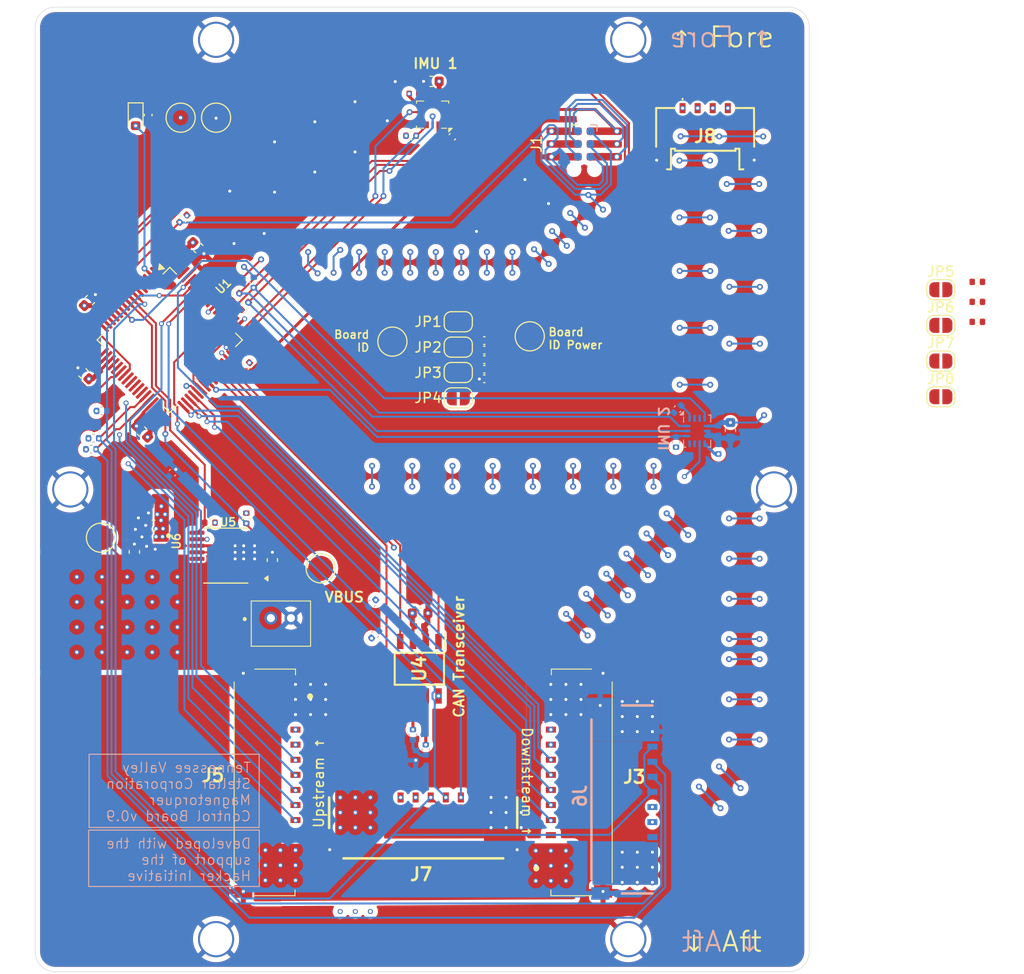
<source format=kicad_pcb>
(kicad_pcb (version 20221018) (generator pcbnew)
  (title_block (title "Magnetorquer Control Board") (date "2025-02-12") (rev "${PCB_VERSION}") (company "TVSC"))
  (layers (0 "F.Cu" signal) (1 "In1.Cu" signal) (2 "In2.Cu" signal) (31 "B.Cu" signal) (34 "B.Paste" user) (35 "F.Paste" user) (36 "B.SilkS" user "B.Silkscreen") (37 "F.SilkS" user "F.Silkscreen") (38 "B.Mask" user) (39 "F.Mask" user) (44 "Edge.Cuts" user))
  (property "PCB_VERSION" "0.9")
  (net 0 "")
  (net 1 "GND")
  (net 2 "Net-(C1-Pad2)")
  (net 3 "+3V3")
  (net 4 "SWDIO")
  (net 5 "SWCLK")
  (net 6 "TRACESWO")
  (net 7 "CANH")
  (net 8 "CANL")
  (net 11 "VBUS")
  (net 13 "NRST")
  (net 17 "SWO_CONTROL")
  (net 18 "SWCLK_CONTROL")
  (net 19 "NRST_CONTROL")
  (net 20 "SWDIO_CONTROL")
  (net 21 "BOOT0")
  (net 22 "BOOT0_CONTROL")
  (net 23 "I2C1_SDA")
  (net 24 "I2C2_SDA")
  (net 25 "I2C3_SDA")
  (net 26 "I2C1_SCL")
  (net 27 "I2C2_SCL")
  (net 28 "I2C3_SCL")
  (net 29 "BOARD_ID_SENS")
  (net 30 "Net-(JP1-B)")
  (net 38 "SPI3_SCK")
  (net 39 "Net-(D1-K)")
  (net 40 "IMU2_INT2")
  (net 41 "IMU2_INT1")
  (net 42 "SPI3_MISO")
  (net 43 "CAN1_SILENT")
  (net 44 "CAN1_SHUTDOWN")
  (net 45 "CAN1_RX")
  (net 46 "CAN1_TX")
  (net 50 "IMU1_INT2")
  (net 51 "IMU1_INT1")
  (net 62 "SPI3_MOSI")
  (net 65 "Net-(JP2-B)")
  (net 66 "Net-(JP3-B)")
  (net 67 "Net-(JP4-B)")
  (net 68 "BOARD_ID_PWR")
  (net 69 "/DEBUG_LED")
  (net 70 "NMAG_FAULT")
  (net 73 "IMU2_SPI_CS")
  (net 74 "IMU1_SPI_CS")
  (net 75 "VCC")
  (net 76 "/Magnetorquer Control/VSOLAR_1_2")
  (net 77 "/Magnetorquer Control/VSOLAR_1_1")
  (net 78 "/Magnetorquer Control/VSOLAR_2_2")
  (net 79 "/Magnetorquer Control/VSOLAR_2_1")
  (net 80 "Net-(U1-PC10)")
  (net 81 "Net-(U1-PC12)")
  (net 82 "Net-(U2-SDO)")
  (net 83 "Net-(U3-SDO)")
  (net 90 "Net-(JP5-B)")
  (net 91 "Net-(JP6-B)")
  (net 92 "Net-(JP7-B)")
  (net 93 "Net-(JP8-B)")
  (footprint "Jumper:SolderJumper-2_P1.3mm_Open_RoundedPad1.0x1.5mm" (layer "F.Cu") (at 157.532 86.51)
    (fp_text reference "JP3")
    (fp_text value "SolderJumper_2_Open")
  )
  (footprint "Jumper:SolderJumper-2_P1.3mm_Open_RoundedPad1.0x1.5mm" (layer "F.Cu") (at 157.532 83.985)
    (fp_text reference "JP2")
    (fp_text value "SolderJumper_2_Open")
  )
  (footprint "footprints:Nondescript_C_0603_1608Metric" (layer "F.Cu") (at 125.317 104.3625 90)
    (fp_text reference "C2" hide)
    (fp_text value "1u")
  )
  (footprint "footprints:Nondescript_C_0402_1005Metric" (layer "F.Cu") (at 153.1295 58.7625)
    (fp_text reference "C13" hide)
    (fp_text value "100n")
  )
  (footprint "footprints:Nondescript_C_0402_1005Metric" (layer "F.Cu") (at 122.152589 79.789411 45)
    (fp_text reference "C14" hide)
    (fp_text value "100n")
  )
  (footprint "footprints:Nondescript_R_0402_1005Metric" (layer "F.Cu") (at 132.825118 101.456658 180)
    (fp_text reference "R6" hide)
    (fp_text value "9k31")
  )
  (footprint "footprints:Nondescript_C_0603_1608Metric" (layer "F.Cu") (at 154.8545 57.5375 180)
    (fp_text reference "C12" hide)
    (fp_text value "1u")
  )
  (footprint "footprints:Nondescript_C_0402_1005Metric" (layer "F.Cu") (at 153.637 111.764)
    (fp_text reference "C20" hide)
    (fp_text value "100n")
  )
  (footprint "footprints:Nondescript_R_0402_1005Metric" (layer "F.Cu") (at 152.842 62.95)
    (fp_text reference "R16" hide)
    (fp_text value "9k31")
  )
  (footprint "footprints:Nondescript_C_0402_1005Metric" (layer "F.Cu") (at 126.536302 91.115764 135)
    (fp_text reference "C9" hide)
    (fp_text value "100n")
  )
  (footprint "footprints:Bus Connector (Control)" (layer "F.Cu") (at 169.792 127.3 -90)
    (fp_text reference "J3")
    (fp_text value "Molex_504050-1291" hide)
  )
  (footprint "footprints:Nondescript_C_0402_1005Metric" (layer "F.Cu") (at 131.008752 75.258895 -45)
    (fp_text reference "C7" hide)
    (fp_text value "100n")
  )
  (footprint "footprints:Nondescript_C_0603_1608Metric" (layer "F.Cu") (at 139.042 105.175 90)
    (fp_text reference "C22" hide)
    (fp_text value "10u")
  )
  (footprint "footprints:Interior_Side_Panel_PCB_Shape" (layer "F.Cu") (at 114.742 146.15)
    (fp_text reference "PCB1" hide)
    (fp_text value "~" hide)
    (fp_line (start 0.7 -94) (end 0.7 -2) (stroke (width 0.05)) (layer "Edge.Cuts"))
    (fp_line (start 2.7 -96) (end 75.7 -96) (stroke (width 0.05)) (layer "Edge.Cuts"))
    (fp_line (start 75.7 0) (end 2.7 0) (stroke (width 0.05)) (layer "Edge.Cuts"))
    (fp_line (start 77.7 -94) (end 77.7 -2) (stroke (width 0.05)) (layer "Edge.Cuts"))
    (fp_arc (start 0.7 -94) (mid 1.285786 -95.414214) (end 2.7 -96) (stroke (width 0.05)) (layer "Edge.Cuts"))
    (fp_arc (start 2.7 0) (mid 1.285786 -0.585786) (end 0.7 -2) (stroke (width 0.05)) (layer "Edge.Cuts"))
    (fp_arc (start 75.7 -96) (mid 77.114214 -95.414214) (end 77.7 -94) (stroke (width 0.05)) (layer "Edge.Cuts"))
    (fp_arc (start 77.7 -2) (mid 77.114214 -0.585786) (end 75.7 0) (stroke (width 0.05)) (layer "Edge.Cuts"))
  )
  (footprint "footprints:Nondescript_R_0402_1005Metric" (layer "F.Cu") (at 160.122 83.335 180)
    (fp_text reference "R11" hide)
    (fp_text value "18k7")
  )
  (footprint "footprints:B2BPHKSLFSN" (layer "F.Cu") (at 138.892 110.95 180)
    (fp_text reference "J4" hide)
    (fp_text value "External Power" hide)
  )
  (footprint "footprints:SOIC127P600X175-8N" (layer "F.Cu") (at 153.662 115.989 -90)
    (fp_text reference "U4")
    (fp_text value "TCAN330DR" hide)
  )
  (footprint "footprints:Nondescript_R_0402_1005Metric" (layer "F.Cu") (at 209.162 79.48)
    (fp_text reference "R25" hide)
    (fp_text value "9k31")
  )
  (footprint "Jumper:SolderJumper-2_P1.3mm_Open_RoundedPad1.0x1.5mm" (layer "F.Cu") (at 205.532 78.27)
    (fp_text reference "JP5")
    (fp_text value "SolderJumper_2_Open")
  )
  (footprint "LED_SMD:LED_0603_1608Metric" (layer "F.Cu") (at 125.442 61.1625 -90)
    (fp_text reference "D1" hide)
    (fp_text value "Blue LED")
  )
  (footprint "footprints:TestPoint_Pad_D2.5mm" (layer "F.Cu") (at 133.442 61.15)
    (fp_text reference "TP5" hide)
    (fp_text value "TestPoint_Probe" hide)
  )
  (footprint "footprints:Nondescript_R_0402_1005Metric" (layer "F.Cu") (at 160.122 84.285 180)
    (fp_text reference "R12" hide)
    (fp_text value "6k19")
  )
  (footprint "Package_SO:TSSOP-16_4.4x5mm_P0.65mm" (layer "F.Cu") (at 134.412618 104.731658 180)
    (fp_text reference "U5")
    (fp_text value "INA260" hide)
  )
  (footprint "footprints:Nondescript_R_0402_1005Metric" (layer "F.Cu") (at 156.942 63.05 -135)
    (fp_text reference "R18" hide)
    (fp_text value "33")
  )
  (footprint "footprints:Nondescript_R_0402_1005Metric" (layer "F.Cu") (at 130.182 71.2 -135)
    (fp_text reference "R8" hide)
    (fp_text value "100k")
  )
  (footprint "Jumper:SolderJumper-2_P1.3mm_Open_RoundedPad1.0x1.5mm" (layer "F.Cu") (at 205.532 81.82)
    (fp_text reference "JP6")
    (fp_text value "SolderJumper_2_Open")
  )
  (footprint "Jumper:SolderJumper-2_P1.3mm_Open_RoundedPad1.0x1.5mm" (layer "F.Cu") (at 157.532 89.035)
    (fp_text reference "JP4")
    (fp_text value "SolderJumper_2_Open")
  )
  (footprint "Jumper:SolderJumper-2_P1.3mm_Open_RoundedPad1.0x1.5mm" (layer "F.Cu") (at 205.532 85.37)
    (fp_text reference "JP7")
    (fp_text value "SolderJumper_2_Open")
  )
  (footprint "footprints:Double-Sided_Tag-Connect_TC2030-IDC-NL_2x03_P1.27mm_Vertical" (layer "F.Cu") (at 170.058 63.77 -90)
    (fp_text reference "J1")
    (fp_text value "STLINK")
  )
  (footprint "footprints:Nondescript_C_0603_1608Metric" (layer "F.Cu") (at 120.243051 86.590281 135)
    (fp_text reference "C17" hide)
    (fp_text value "1u")
  )
  (footprint "footprints:Nondescript_C_0603_1608Metric" (layer "F.Cu") (at 131.680504 74.127524 -45)
    (fp_text reference "C8" hide)
    (fp_text value "1u")
  )
  (footprint "footprints:SON65P200X200X80-7N" (layer "F.Cu") (at 127.392 104.1 -90)
    (fp_text reference "U6")
    (fp_text value "TLV76733DRVx" hide)
  )
  (footprint "footprints:Nondescript_C_0603_1608Metric" (layer "F.Cu") (at 126.076682 92.388557 135)
    (fp_text reference "C10" hide)
    (fp_text value "1u")
  )
  (footprint "Jumper:SolderJumper-2_P1.3mm_Open_RoundedPad1.0x1.5mm" (layer "F.Cu") (at 205.532 88.92)
    (fp_text reference "JP8")
    (fp_text value "SolderJumper_2_Open")
  )
  (footprint "footprints:Bus Connector (Target)" (layer "F.Cu") (at 138.292 127.3 90)
    (fp_text reference "J5")
    (fp_text value "Molex_504050-1291" hide)
  )
  (footprint "Jumper:SolderJumper-2_P1.3mm_Open_RoundedPad1.0x1.5mm" (layer "F.Cu") (at 157.532 81.46)
    (fp_text reference "JP1")
    (fp_text value "SolderJumper_2_Open")
  )
  (footprint "footprints:Nondescript_C_0402_1005Metric" (layer "F.Cu") (at 121.515844 86.095306 135)
    (fp_text reference "C16" hide)
    (fp_text value "100n")
  )
  (footprint "footprints:Nondescript_C_0603_1608Metric" (layer "F.Cu") (at 127.217 101.725 180)
    (fp_text reference "C3" hide)
    (fp_text value "10u")
  )
  (footprint "footprints:Nondescript_R_0402_1005Metric" (layer "F.Cu") (at 135.412 78.98 -135)
    (fp_text reference "R20" hide)
    (fp_text value "33")
  )
  (footprint "footprints:Nondescript_C_0603_1608Metric" (layer "F.Cu") (at 120.890008 79.301992 45)
    (fp_text reference "C15" hide)
    (fp_text value "1u")
  )
  (footprint "footprints:TestPoint_Pad_D2.5mm" (layer "F.Cu") (at 143.842 106)
    (fp_text reference "TP3" hide)
    (fp_text value "TestPoint_Probe" hide)
  )
  (footprint "footprints:Nondescript_R_0402_1005Metric" (layer "F.Cu") (at 209.162 81.47)
    (fp_text reference "R26" hide)
    (fp_text value "15k8")
  )
  (footprint "footprints:TestPoint_Pad_D2.5mm" (layer "F.Cu") (at 164.642 82.91 -90)
    (fp_text reference "TP7" hide)
    (fp_text value "TestPoint_Probe" hide)
  )
  (footprint "footprints:Nondescript_R_0402_1005Metric" (layer "F.Cu") (at 160.122 86.185 180)
    (fp_text reference "R14" hide)
    (fp_text value "18k7")
  )
  (footprint "Package_LGA:Bosch_LGA-14_3x2.5mm_P0.5mm" (layer "F.Cu") (at 154.9795 60.85 180)
    (fp_text reference "U3" hide)
    (fp_text value "BMI323")
  )
  (footprint "footprints:TestPoint_Pad_D2.5mm" (layer "F.Cu") (at 150.982 83.435 -90)
    (fp_text reference "TP8" hide)
    (fp_text value "TestPoint_Probe" hide)
  )
  (footprint "footprints:Nondescript_R_0402_1005Metric" (layer "F.Cu") (at 136.402 85.89 -135)
    (fp_text reference "R7" hide)
    (fp_text value "100k")
  )
  (footprint "footprints:Nondescript_R_0402_1005Metric" (layer "F.Cu") (at 209.162 77.49)
    (fp_text reference "R24" hide)
    (fp_text value "15k8")
  )
  (footprint "footprints:Molex_504050-0491" (layer "F.Cu") (at 182.092 63.24 180)
    (fp_text reference "J8")
    (fp_text value "Molex_504050-0491" hide)
  )
  (footprint "Package_QFP:LQFP-64_10x10mm_P0.5mm" (layer "F.Cu") (at 128.834399 83.266879 -45)
    (fp_text reference "U1")
    (fp_text value "STM32L452RCT6")
  )
  (footprint "footprints:Nondescript_R_0402_1005Metric" (layer "F.Cu") (at 136.450118 101.016658 -90)
    (fp_text reference "R3" hide)
    (fp_text value "9k31")
  )
  (footprint "footprints:Nondescript_C_0603_1608Metric" (layer "F.Cu") (at 153.737 110.464)
    (fp_text reference "C21" hide)
    (fp_text value "1u")
  )
  (footprint "footprints:Nondescript_C_0402_1005Metric" (layer "F.Cu") (at 154.9795 58.7625 180)
    (fp_text reference "C11" hide)
    (fp_text value "100n")
  )
  (footprint "footprints:TestPoint_Pad_D2.5mm" (layer "F.Cu") (at 129.917 61.15)
    (fp_text reference "TP6" hide)
    (fp_text value "TestPoint_Probe" hide)
  )
  (footprint "footprints:Nondescript_R_0402_1005Metric" (layer "F.Cu") (at 160.122 87.135)
    (fp_text reference "R15" hide)
    (fp_text value "9k31")
  )
  (footprint "footprints:Molex_504050-1091" (layer "F.Cu") (at 147.292 128.8 180)
    (fp_text reference "J7")
    (fp_text value "Molex_504050-0891" hide)
  )
  (footprint "footprints:TestPoint_Pad_D2.5mm" (layer "F.Cu") (at 121.992 102.95)
    (fp_text reference "TP4" hide)
    (fp_text value "TestPoint_Probe" hide)
  )
  (footprint "footprints:Nondescript_R_0402_1005Metric" (layer "F.Cu") (at 160.122 85.235 180)
    (fp_text reference "R13" hide)
    (fp_text value "6k19")
  )
  (footprint "footprints:Nondescript_R_0402_1005Metric" (layer "F.Cu") (at 136.312 79.88 -135)
    (fp_text reference "R19" hide)
    (fp_text value "33")
  )
  (footprint "footprints:Nondescript_R_0402_1005Metric" (layer "F.Cu") (at 126.692 60.8875 -90)
    (fp_text reference "R9" hide)
    (fp_text value "33")
  )
  (footprint "footprints:Nondescript_R_0402_1005Metric" (layer "B.Cu") (at 179.192 93.43 90)
    (fp_text reference "R17" hide)
    (fp_text value "9k31")
  )
  (footprint "Package_LGA:Bosch_LGA-14_3x2.5mm_P0.5mm" (layer "B.Cu") (at 181.292 92.3375 -90)
    (fp_text reference "U2" hide)
    (fp_text value "BMI323")
  )
  (footprint "footprints:Nondescript_C_0603_1608Metric" (layer "B.Cu") (at 184.6045 92.2625 -90)
    (fp_text reference "C5" hide)
    (fp_text value "1u")
  )
  (footprint "footprints:Nondescript_R_0402_1005Metric" (layer "B.Cu") (at 137.192 77.55 -90)
    (fp_text reference "R22" hide)
    (fp_text value "9k31")
  )
  (footprint "footprints:Nondescript_R_0402_1005Metric" (layer "B.Cu") (at 121.252 93.05)
    (fp_text reference "R5" hide)
    (fp_text value "9k31")
  )
  (footprint "footprints:Nondescript_C_0402_1005Metric" (layer "B.Cu") (at 153.302 124.62 90)
    (fp_text reference "C1" hide)
    (fp_text value "100n")
  )
  (footprint "footprints:Nondescript_R_0402_1005Metric" (layer "B.Cu") (at 148.952 109.49 -135)
    (fp_text reference "R1" hide)
    (fp_text value "9k31")
  )
  (footprint "footprints:Nondescript_R_0402_1005Metric" (layer "B.Cu") (at 153.022 122.56 90)
    (fp_text reference "RV3" hide)
    (fp_text value "60")
  )
  (footprint "footprints:Nondescript_R_0402_1005Metric" (layer "B.Cu") (at 122.072 90.33)
    (fp_text reference "R23" hide)
    (fp_text value "9k31")
  )
  (footprint "footprints:Nondescript_R_0402_1005Metric" (layer "B.Cu") (at 179.342 90.15 -135)
    (fp_text reference "R21" hide)
    (fp_text value "33")
  )
  (footprint "footprints:Nondescript_C_0402_1005Metric" (layer "B.Cu") (at 183.4045 94.1375 90)
    (fp_text reference "C6" hide)
    (fp_text value "100n")
  )
  (footprint "footprints:Nondescript_R_0402_1005Metric" (layer "B.Cu") (at 149.272 112.56 45)
    (fp_text reference "R4" hide)
    (fp_text value "9k31")
  )
  (footprint "footprints:Nondescript_R_0402_1005Metric" (layer "B.Cu") (at 154.297 124.06 -90)
    (fp_text reference "RV4" hide)
    (fp_text value "60")
  )
  (footprint "footprints:Nondescript_R_0402_1005Metric" (layer "B.Cu") (at 129.102624 96.489376 45)
    (fp_text reference "R10" hide)
    (fp_text value "100k")
  )
  (footprint "footprints:Molex_504050-1091" (layer "B.Cu") (at 176.842 135.75 -90)
    (fp_text reference "J6")
    (fp_text value "Molex_504050-0891" hide)
  )
  (footprint "footprints:Nondescript_C_0402_1005Metric" (layer "B.Cu") (at 183.3795 92.2875 -90)
    (fp_text reference "C4" hide)
    (fp_text value "100n")
  )
  (footprint "footprints:Nondescript_R_0402_1005Metric" (layer "B.Cu") (at 121.002 94.14)
    (fp_text reference "R2" hide)
    (fp_text value "9k31")
  )
  (gr_text "IMU 2" (at 177.352 94.41 -90) (layer "B.SilkS") (effects (font (size 1 1) (thickness 0.2) bold) (justify left bottom mirror)))
  (gr_text "VBUS" (at 144.142 109.45) (layer "F.SilkS") (effects (font (size 1 1) (thickness 0.2) bold) (justify left bottom)))
  (gr_text "Board\nID" (at 148.762 84.49) (layer "F.SilkS") (effects (font (size 0.8 0.8) (thickness 0.15) bold) (justify right bottom)))
  (gr_text "CAN Transceiver" (at 158.192 114.8 90) (layer "F.SilkS") (effects (font (size 1 1) (thickness 0.2) bold) (justify bottom)))
  (gr_text "Board\nID Power" (at 166.422 84.24) (layer "F.SilkS") (effects (font (size 0.8 0.8) (thickness 0.15) bold) (justify left bottom)))
  (gr_text "IMU 1" (at 152.942 56.35) (layer "F.SilkS") (effects (font (size 1 1) (thickness 0.2) bold) (justify left bottom)))
  (gr_text_box "Tennessee Valley Stellar Corporation\nMagnetorquer Control Board v${PCB_VERSION}" (start 120.817 124.5) (end 137.730025 131.786975) (layer "B.SilkS") (effects (font (size 1 1) (thickness 0.1)) (justify left top mirror)) (stroke (width 0.1)))
  (gr_text_box "Developed with the support of the Hacker Initiative" (start 120.77325 132.05) (end 137.742 137.659374) (layer "B.SilkS") (effects (font (size 1 1) (thickness 0.1)) (justify left top mirror)) (stroke (width 0.1)))
  (segment (start 130.549133 76.955951) (end 131.348163 76.15692) (width 0.3) (layer "F.Cu") (net 1))
  (segment (start 154.4995 59.3575) (end 154.4995 58.7625) (width 0.3) (layer "F.Cu") (net 1))
  (segment (start 153.6095 58.7625) (end 154.4995 58.7625) (width 0.5) (layer "F.Cu") (net 1))
  (segment (start 154.0795 58.2925) (end 153.6095 58.7625) (width 0.5) (layer "F.Cu") (net 1))
  (segment (start 127.392 105.15) (end 127.392 104.45) (width 0.3) (layer "F.Cu") (net 1))
  (segment (start 154.297 111.944) (end 154.117 111.764) (width 0.3) (layer "F.Cu") (net 1))
  (segment (start 121.782314 85.72277) (end 121.209557 85.72277) (width 0.3) (layer "F.Cu") (net 1))
  (segment (start 125.528674 91.444569) (end 126.19689 90.776353) (width 0.5) (layer "F.Cu") (net 1))
  (segment (start 132.228511 74.675532) (end 131.348163 75.55588) (width 0.5) (layer "F.Cu") (net 1))
  (segment (start 134.556608 84.392894) (end 135.145327 84.981613) (width 0.2) (layer "F.Cu") (net 1))
  (segment (start 154.512 111.369) (end 154.117 111.764) (width 0.5) (layer "F.Cu") (net 1))
  (segment (start 122.523471 84.981613) (end 121.782314 85.72277) (width 0.3) (layer "F.Cu") (net 1))
  (segment (start 154.512 110.464) (end 154.512 111.369) (width 0.5) (layer "F.Cu") (net 1))
  (segment (start 154.0795 58.3425) (end 154.4995 58.7625) (width 0.5) (layer "F.Cu") (net 1))
  (segment (start 154.9795 59.8375) (end 154.4795 59.8375) (width 0.3) (layer "F.Cu") (net 1))
  (segment (start 123.584131 80.491485) (end 122.542646 79.45) (width 0.3) (layer "F.Cu") (net 1))
  (segment (start 125.528674 91.840549) (end 125.528674 91.444569) (width 0.5) (layer "F.Cu") (net 1))
  (segment (start 154.0795 57.5375) (end 154.0795 58.3425) (width 0.5) (layer "F.Cu") (net 1))
  (segment (start 134.454556 84.012091) (end 134.556608 84.114143) (width 0.2) (layer "F.Cu") (net 1))
  (segment (start 131.348163 76.15692) (end 131.348163 75.598306) (width 0.3) (layer "F.Cu") (net 1))
  (segment (start 154.9795 59.8375) (end 154.4995 59.3575) (width 0.3) (layer "F.Cu") (net 1))
  (segment (start 126.19689 90.500581) (end 126.19689 90.776353) (width 0.3) (layer "F.Cu") (net 1))
  (segment (start 119.981422 85.755895) (end 121.176432 85.755895) (width 0.5) (layer "F.Cu") (net 1))
  (segment (start 154.4795 59.8375) (end 154.4795 58.7825) (width 0.3) (layer "F.Cu") (net 1))
  (segment (start 154.0795 57.5375) (end 154.0795 58.2925) (width 0.5) (layer "F.Cu") (net 1))
  (segment (start 154.5045 59.377501) (end 154.5045 59.8375) (width 0.5) (layer "F.Cu") (net 1))
  (segment (start 127.119665 89.577807) (end 126.19689 90.500581) (width 0.3) (layer "F.Cu") (net 1))
  (segment (start 121.795984 78.753984) (end 122.492 79.45) (width 0.5) (layer "F.Cu") (net 1))
  (segment (start 121.438016 78.753984) (end 121.795984 78.753984) (width 0.5) (layer "F.Cu") (net 1))
  (segment (start 154.297 113.278) (end 154.297 111.944) (width 0.3) (layer "F.Cu") (net 1))
  (segment (start 119.695044 86.042273) (end 119.981422 85.755895) (width 0.5) (layer "F.Cu") (net 1))
  (segment (start 153.889499 58.7625) (end 154.5045 59.377501) (width 0.5) (layer "F.Cu") (net 1))
  (segment (start 153.6095 58.7625) (end 153.889499 58.7625) (width 0.5) (layer "F.Cu") (net 1))
  (segment (start 134.556608 84.114143) (end 134.556608 84.392894) (width 0.2) (layer "F.Cu") (net 1))
  (segment (start 131.550118 103.756658) (end 135.337618 103.756658) (width 0.3) (layer "F.Cu") (net 1))
  (via (at 144.742 134) (size 0.5) (drill 0.3) (layers "F.Cu" "B.Cu") (net 1))
  (via (at 171.932 116.445) (size 0.5) (drill 0.3) (layers "F.Cu" "B.Cu") (net 1))
  (via (at 126.532 103.81) (size 0.5) (drill 0.3) (layers "F.Cu" "B.Cu") (net 1))
  (via (at 154.0795 57.5375) (size 0.5) (drill 0.3) (layers "F.Cu" "B.Cu") (net 1))
  (via (at 147.262 64.56) (size 0.5) (drill 0.3) (layers "F.Cu" "B.Cu") (net 1))
  (via (at 173.842 119.25) (size 0.6) (drill 0.3) (layers "F.Cu" "B.Cu") (net 1))
  (via (at 141.342 120.55) (size 0.5) (drill 0.3) (layers "F.Cu" "B.Cu") (net 1))
  (via (at 136.152 138.155) (size 0.5) (drill 0.3) (layers "F.Cu" "B.Cu") (net 1))
  (via (at 142.842 120.55) (size 0.5) (drill 0.3) (layers "F.Cu" "B.Cu") (net 1))
  (via (at 168.236934 119.05) (size 0.5) (drill 0.3) (layers "F.Cu" "B.Cu") (net 1))
  (via (at 162.292 130.3) (size 0.5) (drill 0.3) (layers "F.Cu" "B.Cu") (net 1))
  (via (at 169.736934 117.55) (size 0.5) (drill 0.3) (layers "F.Cu" "B.Cu") (net 1))
  (via (at 169.736934 120.55) (size 0.5) (drill 0.3) (layers "F.Cu" "B.Cu") (net 1))
  (via (at 136.152 116.445) (size 0.5) (drill 0.3) (layers "F.Cu" "B.Cu") (net 1))
  (via (at 166.512 69.7) (size 0.6) (drill 0.3) (layers "F.Cu" "B.Cu") (net 1))
  (via (at 139.042 104.4) (size 0.5) (drill 0.3) (layers "F.Cu" "B.Cu") (net 1))
  (via (at 134.454556 84.012091) (size 0.5) (drill 0.3) (layers "F.Cu" "B.Cu") (net 1))
  (via (at 160.792 128.8) (size 0.5) (drill 0.3) (layers "F.Cu" "B.Cu") (net 1))
  (via (at 163.792 130.3) (size 0.5) (drill 0.3) (layers "F.Cu" "B.Cu") (net 1))
  (via (at 166.736934 119.05) (size 0.5) (drill 0.3) (layers "F.Cu" "B.Cu") (net 1))
  (via (at 147.262 59.56) (size 0.5) (drill 0.3) (layers "F.Cu" "B.Cu") (net 1))
  (via (at 138.228511 72.675532) (size 0.5) (drill 0.3) (layers "F.Cu" "B.Cu") (net 1))
  (via (at 150.472 61.46) (size 0.5) (drill 0.3) (layers "F.Cu" "B.Cu") (net 1))
  (via (at 134.802 68.46) (size 0.5) (drill 0.3) (layers "F.Cu" "B.Cu") (net 1))
  (via (at 142.842 117.55) (size 0.5) (drill 0.3) (layers "F.Cu" "B.Cu") (net 1))
  (via (at 126.067 102.875) (size 0.5) (drill 0.3) (layers "F.Cu" "B.Cu") (net 1))
  (via (at 171.932 138.155) (size 0.5) (drill 0.3) (layers "F.Cu" "B.Cu") (net 1))
  (via (at 166.736934 120.55) (size 0.5) (drill 0.3) (layers "F.Cu" "B.Cu") (net 1))
  (via (at 135.337618 103.756658) (size 0.5) (drill 0.3) (layers "F.Cu" "B.Cu") (net 1))
  (via (at 164.162 67.31) (size 0.6) (drill 0.3) (layers "F.Cu" "B.Cu") (net 1))
  (via (at 175.342 119.25) (size 0.6) (drill 0.3) (layers "F.Cu" "B.Cu") (net 1))
  (via (at 144.342 120.55) (size 0.5) (drill 0.3) (layers "F.Cu" "B.Cu") (net 1))
  (via (at 163.792 131.8) (size 0.5) (drill 0.3) (layers "F.Cu" "B.Cu") (net 1))
  (via (at 168.236934 120.55) (size 0.5) (drill 0.3) (layers "F.Cu" "B.Cu") (net 1))
  (via (at 162.292 128.8) (size 0.5) (drill 0.3) (layers "F.Cu" "B.Cu") (net 1))
  (via (at 176.842 119.25) (size 0.6) (drill 0.3) (layers "F.Cu" "B.Cu") (net 1))
  (via (at 160.792 130.3) (size 0.5) (drill 0.3) (layers "F.Cu" "B.Cu") (net 1))
  (via (at 159.342 72.47) (size 0.6) (drill 0.3) (layers "F.Cu" "B.Cu") (net 1))
  (via (at 175.342 122.25) (size 0.6) (drill 0.3) (layers "F.Cu" "B.Cu") (net 1))
  (via (at 142.842 119.05) (size 0.5) (drill 0.3) (layers "F.Cu" "B.Cu") (net 1))
  (via (at 171.652 119.645) (size 0.5) (drill 0.3) (layers "F.Cu" "B.Cu") (net 1))
  (via (at 137.275118 105.056658) (size 0.5) (drill 0.3) (layers "F.Cu" "B.Cu") (net 1))
  (via (at 119.695044 86.042273) (size 0.5) (drill 0.3) (layers "F.Cu" "B.Cu") (net 1))
  (via (at 141.342 117.55) (size 0.5) (drill 0.3) (layers "F.Cu" "B.Cu") (net 1))
  (via (at 173.842 122.25) (size 0.6) (drill 0.3) (layers "F.Cu" "B.Cu") (net 1))
  (via (at 136.187618 105.056658) (size 0.5) (drill 0.3) (layers "F.Cu" "B.Cu") (net 1))
  (via (at 160.792 131.8) (size 0.5) (drill 0.3) (layers "F.Cu" "B.Cu") (net 1))
  (via (at 141.342 119.05) (size 0.5) (drill 0.3) (layers "F.Cu" "B.Cu") (net 1))
  (via (at 163.392 134) (size 0.5) (drill 0.3) (layers "F.Cu" "B.Cu") (net 1))
  (via (at 132.228511 74.675532) (size 0.5) (drill 0.3) (layers "F.Cu" "B.Cu") (net 1))
  (via (at 135.337618 105.056658) (size 0.5) (drill 0.3) (layers "F.Cu" "B.Cu") (net 1))
  (via (at 136.187618 104.406658) (size 0.5) (drill 0.3) (layers "F.Cu" "B.Cu") (net 1))
  (via (at 175.342 120.75) (size 0.6) (drill 0.3) (layers "F.Cu" "B.Cu") (net 1))
  (via (at 126.442 101.725) (size 0.5) (drill 0.3) (layers "F.Cu" "B.Cu") (net 1))
  (via (at 133.442 61.2) (size 0.5) (drill 0.3) (layers "F.Cu" "B.Cu") (net 1))
  (via (at 139.262 63.56) (size 0.5) (drill 0.3) (layers "F.Cu" "B.Cu") (net 1))
  (via (at 135.337618 104.406658) (size 0.5) (drill 0.3) (layers "F.Cu" "B.Cu") (net 1))
  (via (at 177.262 65.38) (size 0.6) (drill 0.3) (layers "F.Cu" "B.Cu") (net 1))
  (via (at 125.712 100.98) (size 0.5) (drill 0.3) (layers "F.Cu" "B.Cu") (net 1))
  (via (at 125.317 103.5875) (size 0.5) (drill 0.3) (layers "F.Cu" "B.Cu") (net 1))
  (via (at 176.842 122.25) (size 0.6) (drill 0.3) (layers "F.Cu" "B.Cu") (net 1))
  (via (at 162.292 131.8) (size 0.5) (drill 0.3) (layers "F.Cu" "B.Cu") (net 1))
  (via (at 166.736934 117.55) (size 0.5) (drill 0.3) (layers "F.Cu" "B.Cu") (net 1))
  (via (at 137.275118 103.756658) (size 0.5) (drill 0.3) (layers "F.Cu" "B.Cu") (net 1))
  (via (at 129.442 96.15) (size 0.5) (drill 0.3) (layers "F.Cu" "B.Cu") (net 1))
  (via (at 125.528674 91.840549) (size 0.5) (drill 0.3) (layers "F.Cu" "B.Cu") (net 1))
  (via (at 135.228511 73.675532) (size 0.5) (drill 0.3) (layers "F.Cu" "B.Cu") (net 1))
  (via (at 121.438015 78.753985) (size 0.5) (drill 0.3) (layers "F.Cu" "B.Cu") (net 1))
  (via (at 153.302 125.1) (size 0.5) (drill 0.3) (layers "F.Cu" "B.Cu") (net 1))
  (via (at 173.842 120.75) (size 0.6) (drill 0.3) (layers "F.Cu" "B.Cu") (net 1))
  (via (at 143.262 66.56) (size 0.5) (drill 0.3) (layers "F.Cu" "B.Cu") (net 1))
  (via (at 144.342 117.55) (size 0.5) (drill 0.3) (layers "F.Cu" "B.Cu") (net 1))
  (via (at 151.262 57.56) (size 0.5) (drill 0.3) (layers "F.Cu" "B.Cu") (net 1))
  (via (at 144.342 119.05) (size 0.5) (drill 0.3) (layers "F.Cu" "B.Cu") (net 1))
  (via (at 186.972 65.37) (size 0.6) (drill 0.3) (layers "F.Cu" "B.Cu") (net 1))
  (via (at 139.262 68.56) (size 0.5) (drill 0.3) (layers "F.Cu" "B.Cu") (net 1))
  (via (at 176.842 120.75) (size 0.6) (drill 0.3) (layers "F.Cu" "B.Cu") (net 1))
  (via (at 125.417 102.125) (size 0.5) (drill 0.3) (layers "F.Cu" "B.Cu") (net 1))
  (via (at 126.717 100.4875) (size 0.5) (drill 0.3) (layers "F.Cu" "B.Cu") (net 1))
  (via (at 137.275118 104.406658) (size 0.5) (drill 0.3) (layers "F.Cu" "B.Cu") (net 1))
  (via (at 127.392 104.1) (size 0.5) (drill 0.3) (layers "F.Cu" "B.Cu") (net 1))
  (via (at 154.512 110.464) (size 0.5) (drill 0.3) (layers "F.Cu" "B.Cu") (net 1))
  (via (at 169.736934 119.05) (size 0.5) (drill 0.3) (layers "F.Cu" "B.Cu") (net 1))
  (via (at 136.187618 103.756658) (size 0.5) (drill 0.3) (layers "F.Cu" "B.Cu") (net 1))
  (via (at 143.262 61.56) (size 0.5) (drill 0.3) (layers "F.Cu" "B.Cu") (net 1))
  (via (at 168.236934 117.55) (size 0.5) (drill 0.3) (layers "F.Cu" "B.Cu") (net 1))
  (segment (start 182.7345 92.7675) (end 183.3795 92.7675) (width 0.3) (layer "B.Cu") (net 1))
  (segment (start 170.693 65.04) (end 170.999435 65.04) (width 0.2) (layer "B.Cu") (net 1))
  (segment (start 183.6495 93.0375) (end 183.3795 92.7675) (width 0.5) (layer "B.Cu") (net 1))
  (segment (start 182.3045 92.3375) (end 182.7345 92.7675) (width 0.3) (layer "B.Cu") (net 1))
  (segment (start 166.808 65.271435) (end 166.808 65.04) (width 0.2) (layer "B.Cu") (net 1))
  (segment (start 183.4045 93.6575) (end 183.4045 93.377501) (width 0.5) (layer "B.Cu") (net 1))
  (segment (start 182.839499 92.8125) (end 182.3045 92.8125) (width 0.5) (layer "B.Cu") (net 1))
  (segment (start 171.9193 65.959865) (end 171.9193 67.427014) (width 0.2) (layer "B.Cu") (net 1))
  (segment (start 171.506314 67.84) (end 169.376565 67.84) (width 0.2) (layer "B.Cu") (net 1))
  (segment (start 182.3045 92.3375) (end 182.3045 92.8375) (width 0.3) (layer "B.Cu") (net 1))
  (segment (start 183.4045 93.6575) (end 183.4045 92.7925) (width 0.5) (layer "B.Cu") (net 1))
  (segment (start 183.4045 93.377501) (end 182.839499 92.8125) (width 0.5) (layer "B.Cu") (net 1))
  (segment (start 184.6045 93.0375) (end 183.6495 93.0375) (width 0.5) (layer "B.Cu") (net 1))
  (segment (start 170.999435 65.04) (end 171.9193 65.959865) (width 0.2) (layer "B.Cu") (net 1))
  (segment (start 169.376565 67.84) (end 166.808 65.271435) (width 0.2) (layer "B.Cu") (net 1))
  (segment (start 171.9193 67.427014) (end 171.506314 67.84) (width 0.2) (layer "B.Cu") (net 1))
  (segment (start 153.798846 124.59) (end 153.348846 124.14) (width 0.3) (layer "B.Cu") (net 2))
  (segment (start 153.022 123.86) (end 153.302 124.14) (width 0.3) (layer "B.Cu") (net 2))
  (segment (start 154.282 124.59) (end 153.798846 124.59) (width 0.3) (layer "B.Cu") (net 2))
  (segment (start 153.348846 124.14) (end 153.302 124.14) (width 0.3) (layer "B.Cu") (net 2))
  (segment (start 153.022 123.09) (end 153.022 123.86) (width 0.3) (layer "B.Cu") (net 2))
  (segment (start 120.791059 87.138289) (end 121.151684 87.138289) (width 0.5) (layer "F.Cu") (net 3))
  (segment (start 122.609655 80.224115) (end 121.908471 80.224115) (width 0.3) (layer "F.Cu") (net 3))
  (segment (start 130.195579 75.393245) (end 130.669341 74.919484) (width 0.3) (layer "F.Cu") (net 3))
  (segment (start 126.62469 92.936564) (end 126.875713 92.685541) (width 0.5) (layer "F.Cu") (net 3))
  (segment (start 152.6495 59.0325) (end 152.6495 58.7625) (width 0.3) (layer "F.Cu") (net 3))
  (segment (start 123.230578 80.845038) (end 122.609655 80.224115) (width 0.3) (layer "F.Cu") (net 3))
  (segment (start 132.542 103.106658) (end 131.550118 103.106658) (width 0.2) (layer "F.Cu") (net 3))
  (segment (start 121.151684 87.138289) (end 121.855255 86.434717) (width 0.5) (layer "F.Cu") (net 3))
  (segment (start 122.877024 85.335166) (end 121.855255 86.356936) (width 0.3) (layer "F.Cu") (net 3))
  (segment (start 155.4795 59.8375) (end 155.4795 58.7825) (width 0.3) (layer "F.Cu") (net 3))
  (segment (start 153.027 113.278) (end 153.027 111.894) (width 0.3) (layer "F.Cu") (net 3))
  (segment (start 127.473218 90.85767) (end 126.875713 91.455176) (width 0.3) (layer "F.Cu") (net 3))
  (segment (start 130.195579 76.602398) (end 130.195579 75.393245) (width 0.3) (layer "F.Cu") (net 3))
  (segment (start 155.6295 57.5375) (end 155.6295 58.5925) (width 0.5) (layer "F.Cu") (net 3))
  (segment (start 120.342 79.85) (end 121.534356 79.85) (width 0.5) (layer "F.Cu") (net 3))
  (segment (start 152.962 111.569) (end 153.157 111.764) (width 0.5) (layer "F.Cu") (net 3))
  (segment (start 152.962 110.464) (end 152.962 111.569) (width 0.5) (layer "F.Cu") (net 3))
  (segment (start 130.669341 74.042671) (end 130.669341 74.919484) (width 0.5) (layer "F.Cu") (net 3))
  (segment (start 153.717 60.1) (end 152.6495 59.0325) (width 0.3) (layer "F.Cu") (net 3))
  (segment (start 131.132496 73.579516) (end 130.669341 74.042671) (width 0.5) (layer "F.Cu") (net 3))
  (segment (start 155.6295 58.5925) (end 155.4595 58.7625) (width 0.5) (layer "F.Cu") (net 3))
  (segment (start 126.875713 92.685541) (end 126.875713 91.455176) (width 0.5) (layer "F.Cu") (net 3))
  (segment (start 127.473218 89.931361) (end 127.473218 90.85767) (width 0.3) (layer "F.Cu") (net 3))
  (segment (start 121.534356 79.85) (end 121.813178 80.128822) (width 0.5) (layer "F.Cu") (net 3))
  (via (at 184.468512 109.032929) (size 0.6) (drill 0.3) (layers "F.Cu" "B.Cu") (net 3))
  (via (at 136.752 85.54) (size 0.5) (drill 0.3) (layers "F.Cu" "B.Cu") (net 3))
  (via (at 179.558791 87.716855) (size 0.6) (drill 0.3) (layers "F.Cu" "B.Cu") (net 3))
  (via (at 156.959071 95.802929) (size 0.6) (drill 0.3) (layers "F.Cu" "B.Cu") (net 3))
  (via (at 172.402 110.68) (size 0.6) (drill 0.3) (layers "F.Cu" "B.Cu") (net 3))
  (via (at 168.959071 95.802929) (size 0.6) (drill 0.3) (layers "F.Cu" "B.Cu") (net 3))
  (via (at 184.468512 105.032929) (size 0.6) (drill 0.3) (layers "F.Cu" "B.Cu") (net 3))
  (via (at 127.592 100.625) (size 0.5) (drill 0.3) (layers "F.Cu" "B.Cu") (net 3))
  (via (at 160.372 76.58) (size 0.6) (drill 0.3) (layers "F.Cu" "B.Cu") (net 3))
  (via (at 127.992 99.825) (size 0.5) (drill 0.3) (layers "F.Cu" "B.Cu") (net 3))
  (via (at 160.952 97.862929) (size 0.6) (drill 0.3) (layers "F.Cu" "B.Cu") (net 3))
  (via (at 147.679071 74.52) (size 0.6) (drill 0.3) (layers "F.Cu" "B.Cu") (net 3))
  (via (at 170.13036 72.1) (size 0.6) (drill 0.3) (layers "F.Cu" "B.Cu") (net 3))
  (via (at 162.912 76.58) (size 0.6) (drill 0.3) (layers "F.Cu" "B.Cu") (net 3))
  (via (at 184.242 67.75) (size 0.6) (drill 0.3) (layers "F.Cu" "B.Cu") (net 3))
  (via (at 120.342 79.85) (size 0.5) (drill 0.3) (layers "F.Cu" "B.Cu") (net 3))
  (via (at 155.299071 74.52) (size 0.6) (drill 0.3) (layers "F.Cu" "B.Cu") (net 3))
  (via (at 143.542 76.64) (size 0.6) (drill 0.3) (layers "F.Cu" "B.Cu") (net 3))
  (via (at 164.959071 95.802929) (size 0.6) (drill 0.3) (layers "F.Cu" "B.Cu") (net 3))
  (via (at 166.53036 75.7) (size 0.6) (drill 0.3) (layers "F.Cu" "B.Cu") (net 3))
  (via (at 187.502 113.04) (size 0.6) (drill 0.3) (layers "F.Cu" "B.Cu") (net 3))
  (via (at 149.322 109.15) (size 0.6) (drill 0.3) (layers "F.Cu" "B.Cu") (net 3))
  (via (at 176.402 106.68) (size 0.6) (drill 0.3) (layers "F.Cu" "B.Cu") (net 3))
  (via (at 152.962 110.464) (size 0.6) (drill 0.3) (layers "F.Cu" "B.Cu") (net 3))
  (via (at 136.222 76) (size 0.6) (drill 0.3) (layers "F.Cu" "B.Cu") (net 3))
  (via (at 160.959071 95.802929) (size 0.6) (drill 0.3) (layers "F.Cu" "B.Cu") (net 3))
  (via (at 148.959071 95.802929) (size 0.6) (drill 0.3) (layers "F.Cu" "B.Cu") (net 3))
  (via (at 128.117 102.85) (size 0.5) (drill 0.3) (layers "F.Cu" "B.Cu") (net 3))
  (via (at 142.599071 74.52) (size 0.6) (drill 0.3) (layers "F.Cu" "B.Cu") (net 3))
  (via (at 187.862 63.02) (size 0.6) (drill 0.3) (layers "F.Cu" "B.Cu") (net 3))
  (via (at 165.07036 74.24) (size 0.6) (drill 0.3) (layers "F.Cu" "B.Cu") (net 3))
  (via (at 148.952 97.862929) (size 0.6) (drill 0.3) (layers "F.Cu" "B.Cu") (net 3))
  (via (at 183.4045 94.6175) (size 0.5) (drill 0.3) (layers "F.Cu" "B.Cu") (net 3))
  (via (at 129.917 61.15) (size 0.5) (drill 0.3) (layers "F.Cu" "B.Cu") (net 3))
  (via (at 179.652 63) (size 0.6) (drill 0.3) (layers "F.Cu" "B.Cu") (net 3))
  (via (at 132.542 103.106658) (size 0.5) (drill 0.3) (layers "F.Cu" "B.Cu") (net 3))
  (via (at 187.532279 77.985498) (size 0.6) (drill 0.3) (layers "F.Cu" "B.Cu") (net 3))
  (via (at 172.959071 95.802929) (size 0.6) (drill 0.3) (layers "F.Cu" "B.Cu") (net 3))
  (via (at 164.952 97.862929) (size 0.6) (drill 0.3) (layers "F.Cu" "B.Cu") (net 3))
  (via (at 170.402 112.68) (size 0.6) (drill 0.3) (layers "F.Cu" "B.Cu") (net 3))
  (via (at 184.498791 77.978427) (size 0.6) (drill 0.3) (layers "F.Cu" "B.Cu") (net 3))
  (via (at 150.212 76.58) (size 0.6) (drill 0.3) (layers "F.Cu" "B.Cu") (net 3))
  (via (at 168.262 110.53) (size 0.6) (drill 0.3) (layers "F.Cu" "B.Cu") (net 3))
  (via (at 121.542 90.34) (size 0.6) (drill 0.3) (layers "F.Cu" "B.Cu") (net 3))
  (via (at 176.959071 95.802929) (size 0.6) (drill 0.3) (layers "F.Cu" "B.Cu") (net 3))
  (via (at 182.592279 76.410217) (size 0.6) (drill 0.3) (layers "F.Cu" "B.Cu") (net 3))
  (via (at 168.952 97.862929) (size 0.6) (drill 0.3) (layers "F.Cu" "B.Cu") (net 3))
  (via (at 178.402 104.68) (size 0.6) (drill 0.3) (layers "F.Cu" "B.Cu") (net 3))
  (via (at 180.402 102.68) (size 0.6) (drill 0.3) (layers "F.Cu" "B.Cu") (net 3))
  (via (at 187.502 105.04) (size 0.6) (drill 0.3) (layers "F.Cu" "B.Cu") (net 3))
  (via (at 160.379071 74.52) (size 0.6) (drill 0.3) (layers "F.Cu" "B.Cu") (net 3))
  (via (at 126.62469 92.936564) (size 0.5) (drill 0.3) (layers "F.Cu" "B.Cu") (net 3))
  (via (at 174.402 108.68) (size 0.6) (drill 0.3) (layers "F.Cu" "B.Cu") (net 3))
  (via (at 128.367 100.625) (size 0.5) (drill 0.3) (layers "F.Cu" "B.Cu") (net 3))
  (via (at 155.6295 57.5375) (size 0.5) (drill 0.3) (layers "F.Cu" "B.Cu") (net 3))
  (via (at 152.759071 74.52) (size 0.6) (drill 0.3) (layers "F.Cu" "B.Cu") (net 3))
  (via (at 170.47036 68.84) (size 0.6) (drill 0.3) (layers "F.Cu" "B.Cu") (net 3))
  (via (at 178.262 100.53) (size 0.6) (drill 0.3) (layers "F.Cu" "B.Cu") (net 3))
  (via (at 179.558791 82.06) (size 0.6) (drill 0.3) (layers "F.Cu" "B.Cu") (net 3))
  (via (at 152.342 62.95) (size 0.6) (drill 0.3) (layers "F.Cu" "B.Cu") (net 3))
  (via (at 170.262 108.53) (size 0.6) (drill 0.3) (layers "F.Cu" "B.Cu") (net 3))
  (via (at 120.791059 87.138289) (size 0.5) (drill 0.3) (layers "F.Cu" "B.Cu") (net 3))
  (via (at 148.912 112.96) (size 0.6) (drill 0.3) (layers "F.Cu" "B.Cu") (net 3))
  (via (at 120.512 94.17) (size 0.6) (drill 0.3) (layers "F.Cu" "B.Cu") (net 3))
  (via (at 182.592279 87.723926) (size 0.6) (drill 0.3) (layers "F.Cu" "B.Cu") (net 3))
  (via (at 179.558791 76.403146) (size 0.6) (drill 0.3) (layers "F.Cu" "B.Cu") (net 3))
  (via (at 184.428791 72.413709) (size 0.6) (drill 0.3) (layers "F.Cu" "B.Cu") (net 3))
  (via (at 152.959071 95.802929) (size 0.6) (drill 0.3) (layers "F.Cu" "B.Cu") (net 3))
  (via (at 176.262 102.53) (size 0.6) (drill 0.3) (layers "F.Cu" "B.Cu") (net 3))
  (via (at 152.6495 58.7625) (size 0.5) (drill 0.3) (layers "F.Cu" "B.Cu") (net 3))
  (via (at 187.952 90.75) (size 0.6) (drill 0.3) (layers "F.Cu" "B.Cu") (net 3))
  (via (at 187.502 109.04) (size 0.6) (drill 0.3) (layers "F.Cu" "B.Cu") (net 3))
  (via (at 147.672 76.58) (size 0.6) (drill 0.3) (layers "F.Cu" "B.Cu") (net 3))
  (via (at 182.592279 82.067072) (size 0.6) (drill 0.3) (layers "F.Cu" "B.Cu") (net 3))
  (via (at 120.752 93.08) (size 0.6) (drill 0.3) (layers "F.Cu" "B.Cu") (net 3))
  (via (at 130.532 70.9) (size 0.5) (drill 0.3) (layers "F.Cu" "B.Cu") (net 3))
  (via (at 127.467 102.85) (size 0.5) (drill 0.3) (layers "F.Cu" "B.Cu") (net 3))
  (via (at 127.967 101.225) (size 0.5) (drill 0.3) (layers "F.Cu" "B.Cu") (net 3))
  (via (at 152.952 97.862929) (size 0.6) (drill 0.3) (layers "F.Cu" "B.Cu") (net 3))
  (via (at 182.572279 65.425498) (size 0.6) (drill 0.3) (layers "F.Cu" "B.Cu") (net 3))
  (via (at 184.468512 101.032929) (size 0.6) (drill 0.3) (layers "F.Cu" "B.Cu") (net 3))
  (via (at 145.792 74.31) (size 0.6) (drill 0.3) (layers "F.Cu" "B.Cu") (net 3))
  (via (at 157.832 76.58) (size 0.6) (drill 0.3) (layers "F.Cu" "B.Cu") (net 3))
  (via (at 179.538791 71.075282) (size 0.6) (drill 0.3) (layers "F.Cu" "B.Cu") (net 3))
  (via (at 168.33036 73.9) (size 0.6) (drill 0.3) (layers "F.Cu" "B.Cu") (net 3))
  (via (at 176.952 97.862929) (size 0.6) (drill 0.3) (layers "F.Cu" "B.Cu") (net 3))
  (via (at 182.572279 71.082353) (size 0.6) (drill 0.3) (layers "F.Cu" "B.Cu") (net 3))
  (via (at 133.335118 101.456658) (size 0.5) (drill 0.3) (layers "F.Cu" "B.Cu") (net 3))
  (via (at 128.167 102.05) (size 0.5) (drill 0.3) (layers "F.Cu" "B.Cu") (net 3))
  (via (at 179.192 93.95) (size 0.5) (drill 0.3) (layers "F.Cu" "B.Cu") (net 3))
  (via (at 162.919071 74.52) (size 0.6) (drill 0.3) (layers "F.Cu" "B.Cu") (net 3))
  (via (at 184.6045 91.4875) (size 0.5) (drill 0.3) (layers "F.Cu" "B.Cu") (net 3))
  (via (at 171.93036 70.3) (size 0.6) (drill 0.3) (layers "F.Cu" "B.Cu") (net 3))
  (via (at 184.468512 113.032929) (size 0.6) (drill 0.3) (layers "F.Cu" "B.Cu") (net 3))
  (via (at 127.467 102.05) (size 0.5) (drill 0.3) (layers "F.Cu" "B.Cu") (net 3))
  (via (at 187.502 101.04) (size 0.6) (drill 0.3) (layers "F.Cu" "B.Cu") (net 3))
  (via (at 155.292 76.58) (size 0.6) (drill 0.3) (layers "F.Cu" "B.Cu") (net 3))
  (via (at 157.839071 74.52) (size 0.6) (drill 0.3) (layers "F.Cu" "B.Cu") (net 3))
  (via (at 174.262 104.53) (size 0.6) (drill 0.3) (layers "F.Cu" "B.Cu") (net 3))
  (via (at 172.952 97.862929) (size 0.6) (drill 0.3) (layers "F.Cu" "B.Cu") (net 3))
  (via (at 179.538791 65.418427) (size 0.6) (drill 0.3) (layers "F.Cu" "B.Cu") (net 3))
  (via (at 184.498791 83.635282) (size 0.6) (drill 0.3) (layers "F.Cu" "B.Cu") (net 3))
  (via (at 187.462279 67.75) (size 0.6) (drill 0.3) (layers "F.Cu" "B.Cu") (net 3))
  (via (at 136.450118 100.506658) (size 0.5) (drill 0.3) (layers "F.Cu" "B.Cu") (net 3))
  (via (at 145.132 76.58) (size 0.6) (drill 0.3) (layers "F.Cu" "B.Cu") (net 3))
  (via (at 187.462279 72.42078) (size 0.6) (drill 0.3) (layers "F.Cu" "B.Cu") (net 3))
  (via (at 183.482 63.01) (size 0.6) (drill 0.3) (layers "F.Cu" "B.Cu") (net 3))
  (via (at 172.262 106.53) (size 0.6) (drill 0.3) (layers "F.Cu" "B.Cu") (net 3))
  (via (at 150.219071 74.52) (size 0.6) (drill 0.3) (layers "F.Cu" "B.Cu") (net 3))
  (via (at 187.532279 83.642353) (size 0.6) (drill 0.3) (layers "F.Cu" "B.Cu") (net 3))
  (via (at 156.952 97.862929) (size 0.6) (drill 0.3) (layers "F.Cu" "B.Cu") (net 3))
  (via (at 131.132496 73.579516) (size 0.5) (drill 0.3) (layers "F.Cu" "B.Cu") (net 3))
  (via (at 152.752 76.58) (size 0.6) (drill 0.3) (layers "F.Cu" "B.Cu") (net 3))
  (via (at 166.87036 72.44) (size 0.6) (drill 0.3) (layers "F.Cu" "B.Cu") (net 3))
  (via (at 168.67036 70.64) (size 0.6) (drill 0.3) (layers "F.Cu" "B.Cu") (net 3))
  (segment (start 168.952 97.862929) (end 168.952 95.81) (width 0.2) (layer "B.Cu") (net 3))
  (segment (start 137.192 76.97) (end 136.222 76) (width 0.2) (layer "B.Cu") (net 3))
  (segment (start 148.952 97.862929) (end 148.952 95.81) (width 0.2) (layer "B.Cu") (net 3))
  (segment (start 152.752 76.58) (end 152.752 74.527071) (width 0.2) (layer "B.Cu") (net 3))
  (segment (start 170.13036 72.1) (end 168.67036 70.64) (width 0.2) (layer "B.Cu") (net 3))
  (segment (start 182.042 93.6) (end 183.0595 94.6175) (width 0.3) (layer "B.Cu") (net 3))
  (segment (start 183.472 63) (end 183.482 63.01) (width 0.2) (layer "B.Cu") (net 3))
  (segment (start 174.262 104.53) (end 176.402 106.67) (width 0.2) (layer "B.Cu") (net 3))
  (segment (start 184.498791 77.978427) (end 187.525208 77.978427) (width 0.2) (layer "B.Cu") (net 3))
  (segment (start 179.652 63) (end 183.472 63) (width 0.2) (layer "B.Cu") (net 3))
  (segment (start 176.952 97.862929) (end 176.952 95.81) (width 0.2) (layer "B.Cu") (net 3))
  (segment (start 172.952 97.862929) (end 172.952 95.81) (width 0.2) (layer "B.Cu") (net 3))
  (segment (start 171.93036 70.3) (end 170.47036 68.84) (width 0.2) (layer "B.Cu") (net 3))
  (segment (start 166.53036 75.7) (end 165.07036 74.24) (width 0.2) (layer "B.Cu") (net 3))
  (segment (start 168.262 110.53) (end 170.402 112.67) (width 0.2) (layer "B.Cu") (net 3))
  (segment (start 168.33036 73.9) (end 166.87036 72.44) (width 0.2) (layer "B.Cu") (net 3))
  (segment (start 145.792 74.31) (end 145.132 74.97) (width 0.2) (layer "B.Cu") (net 3))
  (segment (start 179.538791 65.418427) (end 182.565208 65.418427) (width 0.2) (layer "B.Cu") (net 3))
  (segment (start 184.468512 101.032929) (end 187.494929 101.032929) (width 0.2) (layer "B.Cu") (net 3))
  (segment (start 170.262 108.53) (end 172.402 110.67) (width 0.2) (layer "B.Cu") (net 3))
  (segment (start 152.952 97.862929) (end 152.952 95.81) (width 0.2) (layer "B.Cu") (net 3))
  (segment (start 179.538791 71.075282) (end 182.565208 71.075282) (width 0.2) (layer "B.Cu") (net 3))
  (segment (start 184.242 67.75) (end 187.462279 67.75) (width 0.2) (layer "B.Cu") (net 3))
  (segment (start 183.0595 94.6175) (end 183.4045 94.6175) (width 0.3) (layer "B.Cu") (net 3))
  (segment (start 137.192 77.04) (end 137.192 76.97) (width 0.2) (layer "B.Cu") (net 3))
  (segment (start 184.428791 72.413709) (end 187.455208 72.413709) (width 0.2) (layer "B.Cu") (net 3))
  (segment (start 172.262 106.53) (end 174.402 108.67) (width 0.2) (layer "B.Cu") (net 3))
  (segment (start 170.402 112.67) (end 170.402 112.68) (width 0.2) (layer "B.Cu") (net 3))
  (segment (start 165.808 63.5) (end 165.808 65.454214) (width 0.2) (layer "B.Cu") (net 3))
  (segment (start 143.542 76.64) (end 142.599071 75.697071) (width 0.2) (layer "B.Cu") (net 3))
  (segment (start 165.808 65.454214) (end 169.163786 68.81) (width 0.2) (layer "B.Cu") (net 3))
  (segment (start 184.6045 91.4875) (end 183.6995 91.4875) (width 0.5) (layer "B.Cu") (net 3))
  (segment (start 179.558791 76.403146) (end 182.585208 76.403146) (width 0.2) (layer "B.Cu") (net 3))
  (segment (start 157.832 76.58) (end 157.832 74.527071) (width 0.2) (layer "B.Cu") (net 3))
  (segment (start 179.558791 82.06) (end 182.585208 82.06) (width 0.2) (layer "B.Cu") (net 3))
  (segment (start 179.558791 87.716855) (end 182.585208 87.716855) (width 0.2) (layer "B.Cu") (net 3))
  (segment (start 172.708 65.288529) (end 172.708 64.515) (width 0.2) (layer "B.Cu") (net 3))
  (segment (start 164.952 97.862929) (end 164.952 95.81) (width 0.2) (layer "B.Cu") (net 3))
  (segment (start 172.7193 67.7727) (end 172.7193 65.299829) (width 0.2) (layer "B.Cu") (net 3))
  (segment (start 178.262 100.53) (end 180.402 102.67) (width 0.2) (layer "B.Cu") (net 3))
  (segment (start 142.599071 75.697071) (end 142.599071 74.52) (width 0.2) (layer "B.Cu") (net 3))
  (segment (start 145.132 74.97) (end 145.132 76.58) (width 0.2) (layer "B.Cu") (net 3))
  (segment (start 187.2145 91.4875) (end 187.952 90.75) (width 0.2) (layer "B.Cu") (net 3))
  (segment (start 184.498791 83.635282) (end 187.525208 83.635282) (width 0.2) (layer "B.Cu") (net 3))
  (segment (start 160.952 97.862929) (end 160.952 95.81) (width 0.2) (layer "B.Cu") (net 3))
  (segment (start 172.708 64.515) (end 170.693 62.5) (width 0.2) (layer "B.Cu") (net 3))
  (segment (start 156.952 97.862929) (end 156.952 95.81) (width 0.2) (layer "B.Cu") (net 3))
  (segment (start 176.262 102.53) (end 178.402 104.67) (width 0.2) (layer "B.Cu") (net 3))
  (segment (start 171.682 68.81) (end 172.7193 67.7727) (width 0.2) (layer "B.Cu") (net 3))
  (segment (start 182.3045 91.8375) (end 183.3495 91.8375) (width 0.3) (layer "B.Cu") (net 3))
  (segment (start 183.6995 91.4875) (end 183.3795 91.8075) (width 0.5) (layer "B.Cu") (net 3))
  (segment (start 184.468512 105.032929) (end 187.494929 105.032929) (width 0.2) (layer "B.Cu") (net 3))
  (segment (start 160.372 76.58) (end 160.372 74.527071) (width 0.2) (layer "B.Cu") (net 3))
  (segment (start 162.912 74.527071) (end 162.919071 74.52) (width 0.2) (layer "B.Cu") (net 3))
  (segment (start 169.163786 68.81) (end 171.682 68.81) (width 0.2) (layer "B.Cu") (net 3))
  (segment (start 162.912 76.58) (end 162.912 74.527071) (width 0.2) (layer "B.Cu") (net 3))
  (segment (start 166.808 62.5) (end 165.808 63.5) (width 0.2) (layer "B.Cu") (net 3))
  (segment (start 184.468512 109.032929) (end 187.494929 109.032929) (width 0.2) (layer "B.Cu") (net 3))
  (segment (start 183.482 63.01) (end 187.852 63.01) (width 0.2) (layer "B.Cu") (net 3))
  (segment (start 155.292 76.58) (end 155.292 74.527071) (width 0.2) (layer "B.Cu") (net 3))
  (segment (start 147.672 76.58) (end 147.672 74.527071) (width 0.2) (layer "B.Cu") (net 3))
  (segment (start 150.212 76.58) (end 150.212 74.527071) (width 0.2) (layer "B.Cu") (net 3))
  (segment (start 184.468512 113.032929) (end 187.494929 113.032929) (width 0.2) (layer "B.Cu") (net 3))
  (segment (start 184.6045 91.4875) (end 187.2145 91.4875) (width 0.2) (layer "B.Cu") (net 3))
  (segment (start 172.7193 65.299829) (end 172.708 65.288529) (width 0.2) (layer "B.Cu") (net 3))
  (segment (start 187.852 63.01) (end 187.862 63.02) (width 0.2) (layer "B.Cu") (net 3))
  (segment (start 135.707232 86.250624) (end 134.791774 85.335166) (width 0.3) (layer "F.Cu") (net 4))
  (segment (start 136.9889 86.250624) (end 162.904824 60.3347) (width 0.3) (layer "F.Cu") (net 4))
  (segment (start 136.041376 86.250624) (end 135.707232 86.250624) (width 0.3) (layer "F.Cu") (net 4))
  (segment (start 170.81434 62.5) (end 173.308 62.5) (width 0.3) (layer "F.Cu") (net 4))
  (segment (start 173.302 62.5) (end 173.308 62.5) (width 0.3) (layer "F.Cu") (net 4))
  (segment (start 162.904824 60.3347) (end 171.1367 60.3347) (width 0.3) (layer "F.Cu") (net 4))
  (segment (start 134.006608 84.55) (end 134.791774 85.335166) (width 0.2) (layer "F.Cu") (net 4))
  (segment (start 136.041376 86.250624) (end 136.9889 86.250624) (width 0.3) (layer "F.Cu") (net 4))
  (segment (start 171.1367 60.3347) (end 173.302 62.5) (width 0.3) (layer "F.Cu") (net 4))
  (via (at 141.342 131.1) (size 0.5) (drill 0.3) (layers "F.Cu" "B.Cu") (net 4))
  (via (at 124.703091 95.588909) (size 0.5) (drill 0.3) (layers "F.Cu" "B.Cu") (net 4))
  (via (at 134.006608 84.55) (size 0.5) (drill 0.3) (layers "F.Cu" "B.Cu") (net 4))
  (segment (start 169.029301 62.106301) (end 169.029301 60.732699) (width 0.2) (layer "B.Cu") (net 4))
  (segment (start 141.342 131.1) (end 130.292 120.05) (width 0.2) (layer "B.Cu") (net 4))
  (segment (start 130.292 101.177818) (end 124.703091 95.588909) (width 0.2) (layer "B.Cu") (net 4))
  (segment (start 169.442 60.32) (end 171.128 60.32) (width 0.2) (layer "B.Cu") (net 4))
  (segment (start 169.423 62.5) (end 169.029301 62.106301) (width 0.2) (layer "B.Cu") (net 4))
  (segment (start 169.029301 60.732699) (end 169.442 60.32) (width 0.2) (layer "B.Cu") (net 4))
  (segment (start 171.128 60.32) (end 173.308 62.5) (width 0.2) (layer "B.Cu") (net 4))
  (segment (start 130.292 120.05) (end 130.292 101.177818) (width 0.2) (layer "B.Cu") (net 4))
  (segment (start 135.49888 81.905698) (end 135.546302 81.905698) (width 0.3) (layer "F.Cu") (net 5))
  (segment (start 135.546302 81.905698) (end 136.282 81.17) (width 0.3) (layer "F.Cu") (net 5))
  (via (at 123.842 92.7) (size 0.5) (drill 0.3) (layers "F.Cu" "B.Cu") (net 5))
  (via (at 136.282 81.17) (size 0.5) (drill 0.3) (layers "F.Cu" "B.Cu") (net 5))
  (via (at 141.342 128.1) (size 0.5) (drill 0.3) (layers "F.Cu" "B.Cu") (net 5))
  (segment (start 131.092 117.85) (end 141.342 128.1) (width 0.2) (layer "B.Cu") (net 5))
  (segment (start 169.423 63.77) (end 168.629301 62.976301) (width 0.2) (layer "B.Cu") (net 5))
  (segment (start 123.842 92.7) (end 123.842 93.35) (width 0.2) (layer "B.Cu") (net 5))
  (segment (start 173.908 63.17) (end 173.308 63.77) (width 0.2) (layer "B.Cu") (net 5))
  (segment (start 171.622 59.78) (end 173.908 62.066) (width 0.2) (layer "B.Cu") (net 5))
  (segment (start 168.629301 60.567013) (end 169.416314 59.78) (width 0.2) (layer "B.Cu") (net 5))
  (segment (start 168.629301 62.976301) (end 168.629301 60.567013) (width 0.2) (layer "B.Cu") (net 5))
  (segment (start 123.842 93.35) (end 131.092 100.6) (width 0.2) (layer "B.Cu") (net 5))
  (segment (start 169.416314 59.78) (end 171.622 59.78) (width 0.2) (layer "B.Cu") (net 5))
  (segment (start 173.908 62.066) (end 173.908 63.17) (width 0.2) (layer "B.Cu") (net 5))
  (segment (start 131.092 100.6) (end 131.092 117.85) (width 0.2) (layer "B.Cu") (net 5))
  (segment (start 137.922 75.24) (end 137.922 75.24) (width 0.2) (layer "F.Cu") (net 6))
  (segment (start 133.37756 79.784378) (end 133.377622 79.784378) (width 0.2) (layer "F.Cu") (net 6))
  (segment (start 132.664944 80.497605) (end 132.664944 80.496994) (width 0.2) (layer "F.Cu") (net 6))
  (segment (start 137.902 75.26) (end 137.922 75.26) (width 0.2) (layer "F.Cu") (net 6))
  (segment (start 137.922 75.26) (end 137.922 75.24) (width 0.2) (layer "F.Cu") (net 6))
  (segment (start 132.664944 80.496994) (end 133.37756 79.784378) (width 0.2) (layer "F.Cu") (net 6))
  (segment (start 133.377622 79.784378) (end 137.902 75.26) (width 0.2) (layer "F.Cu") (net 6))
  (via (at 141.342 126.6) (size 0.5) (drill 0.3) (layers "F.Cu" "B.Cu") (net 6))
  (via (at 132.664944 80.497605) (size 0.5) (drill 0.3) (layers "F.Cu" "B.Cu") (net 6))
  (via (at 137.922 75.26) (size 0.6) (drill 0.3) (layers "F.Cu" "B.Cu") (net 6))
  (via (at 124.492 89.55) (size 0.5) (drill 0.3) (layers "F.Cu" "B.Cu") (net 6))
  (segment (start 169.250628 59.38) (end 171.852 59.38) (width 0.2) (layer "B.Cu") (net 6))
  (segment (start 131.492 116.75) (end 141.342 126.6) (width 0.2) (layer "B.Cu") (net 6))
  (segment (start 124.492 93.434314) (end 131.492 100.434314) (width 0.2) (layer "B.Cu") (net 6))
  (segment (start 171.852 59.38) (end 174.308 61.836) (width 0.2) (layer "B.Cu") (net 6))
  (segment (start 168.229301 63.846301) (end 168.229301 60.401327) (width 0.2) (layer "B.Cu") (net 6))
  (segment (start 174.308 61.836) (end 174.308 64.04) (width 0.2) (layer "B.Cu") (net 6))
  (segment (start 131.492 100.434314) (end 131.492 116.75) (width 0.2) (layer "B.Cu") (net 6))
  (segment (start 168.229301 60.401327) (end 169.250628 59.38) (width 0.2) (layer "B.Cu") (net 6))
  (segment (start 169.423 65.04) (end 168.229301 63.846301) (width 0.2) (layer "B.Cu") (net 6))
  (segment (start 174.308 64.04) (end 173.308 65.04) (width 0.2) (layer "B.Cu") (net 6))
  (segment (start 124.492 89.55) (end 124.492 93.434314) (width 0.2) (layer "B.Cu") (net 6))
  (segment (start 154.297 123.55) (end 154.297 118.7) (width 0.3) (layer "F.Cu") (net 7))
  (via (at 154.297 123.55) (size 0.5) (drill 0.3) (layers "F.Cu" "B.Cu") (net 7))
  (via (at 166.742 123.55) (size 0.6) (drill 0.3) (layers "F.Cu" "B.Cu") (net 7))
  (via (at 141.342 123.55) (size 0.6) (drill 0.3) (layers "F.Cu" "B.Cu") (net 7))
  (segment (start 153.022 122.05) (end 153.027 122.045) (width 0.3) (layer "F.Cu") (net 8))
  (segment (start 153.027 122.045) (end 153.027 118.7) (width 0.3) (layer "F.Cu") (net 8))
  (via (at 166.742 122.05) (size 0.6) (drill 0.3) (layers "F.Cu" "B.Cu") (net 8))
  (via (at 153.022 122.05) (size 0.5) (drill 0.3) (layers "F.Cu" "B.Cu") (net 8))
  (via (at 141.342 122.05) (size 0.6) (drill 0.3) (layers "F.Cu" "B.Cu") (net 8))
  (segment (start 135.202 105.95) (end 139.042 105.95) (width 0.2) (layer "F.Cu") (net 11))
  (segment (start 143.842 106) (end 138.892 110.95) (width 0.2) (layer "F.Cu") (net 11))
  (segment (start 133.658658 104.406658) (end 135.202 105.95) (width 0.2) (layer "F.Cu") (net 11))
  (segment (start 131.550118 104.406658) (end 133.658658 104.406658) (width 0.2) (layer "F.Cu") (net 11))
  (via (at 138.342 135.55) (size 0.5) (drill 0.3) (layers "F.Cu" "B.Cu") (net 11))
  (via (at 165.242 137.1) (size 0.5) (drill 0.3) (layers "F.Cu" "B.Cu") (net 11))
  (via (at 141.342 137.05) (size 0.5) (drill 0.3) (layers "F.Cu" "B.Cu") (net 11))
  (via (at 168.242 134.1) (size 0.5) (drill 0.3) (layers "F.Cu" "B.Cu") (net 11))
  (via (at 138.342 134.05) (size 0.5) (drill 0.3) (layers "F.Cu" "B.Cu") (net 11))
  (via (at 165.242 135.6) (size 0.5) (drill 0.3) (layers "F.Cu" "B.Cu") (net 11))
  (via (at 139.842 137.05) (size 0.5) (drill 0.3) (layers "F.Cu" "B.Cu") (net 11))
  (via (at 141.342 134.05) (size 0.5) (drill 0.3) (layers "F.Cu" "B.Cu") (net 11))
  (via (at 138.342 137.05) (size 0.5) (drill 0.3) (layers "F.Cu" "B.Cu") (net 11))
  (via (at 165.242 134.1) (size 0.5) (drill 0.3) (layers "F.Cu" "B.Cu") (net 11))
  (via (at 168.242 137.1) (size 0.5) (drill 0.3) (layers "F.Cu" "B.Cu") (net 11))
  (via (at 166.742 137.1) (size 0.5) (drill 0.3) (layers "F.Cu" "B.Cu") (net 11))
  (via (at 141.342 135.55) (size 0.5) (drill 0.3) (layers "F.Cu" "B.Cu") (net 11))
  (via (at 139.842 135.55) (size 0.5) (drill 0.3) (layers "F.Cu" "B.Cu") (net 11))
  (via (at 166.742 135.6) (size 0.5) (drill 0.3) (layers "F.Cu" "B.Cu") (net 11))
  (via (at 139.842 134.05) (size 0.5) (drill 0.3) (layers "F.Cu" "B.Cu") (net 11))
  (via (at 166.742 134.1) (size 0.5) (drill 0.3) (layers "F.Cu" "B.Cu") (net 11))
  (via (at 168.242 135.6) (size 0.5) (drill 0.3) (layers "F.Cu" "B.Cu") (net 11))
  (segment (start 126.352 79.71) (end 126.33818 79.71) (width 0.2) (layer "F.Cu") (net 13))
  (segment (start 126.33818 79.71) (end 125.351898 78.723718) (width 0.2) (layer "F.Cu") (net 13))
  (segment (start 124.762 78.112496) (end 125.351898 78.702394) (width 0.2) (layer "F.Cu") (net 13))
  (segment (start 124.762 76.62) (end 124.762 78.112496) (width 0.2) (layer "F.Cu") (net 13))
  (segment (start 129.821376 71.560624) (end 124.762 76.62) (width 0.2) (layer "F.Cu") (net 13))
  (via (at 129.821376 71.560624) (size 0.6) (drill 0.3) (layers "F.Cu" "B.Cu") (net 13))
  (via (at 141.342 129.6) (size 0.5) (drill 0.3) (layers "F.Cu" "B.Cu") (net 13))
  (via (at 126.352 79.71) (size 0.5) (drill 0.3) (layers "F.Cu" "B.Cu") (net 13))
  (segment (start 130.692 100.8) (end 130.692 118.95) (width 0.2) (layer "B.Cu") (net 13))
  (segment (start 166.208 65.288529) (end 166.208 64.37) (width 0.2) (layer "B.Cu") (net 13))
  (segment (start 171.3867 64.7547) (end 172.3193 65.6873) (width 0.2) (layer "B.Cu") (net 13))
  (segment (start 172.3193 65.6873) (end 172.3193 67.5927) (width 0.2) (layer "B.Cu") (net 13))
  (segment (start 167.408 63.17) (end 166.808 63.77) (width 0.2) (layer "B.Cu") (net 13))
  (segment (start 129.821376 71.560624) (end 129.840752 71.58) (width 0.2) (layer "B.Cu") (net 13))
  (segment (start 170.9783 64.3463) (end 170.98034 64.3463) (width 0.2) (layer "B.Cu") (net 13))
  (segment (start 129.840752 71.58) (end 156.879471 71.58) (width 0.2) (layer "B.Cu") (net 13))
  (segment (start 170.98034 64.3463) (end 171.3867 64.75266) (width 0.2) (layer "B.Cu") (net 13))
  (segment (start 172.3193 67.5927) (end 171.671999 68.24) (width 0.2) (layer "B.Cu") (net 13))
  (segment (start 167.408 62.251471) (end 167.408 63.17) (width 0.2) (layer "B.Cu") (net 13))
  (segment (start 156.879471 71.58) (end 166.559471 61.9) (width 0.2) (layer "B.Cu") (net 13))
  (segment (start 170.693 63.77) (end 170.693 64.061) (width 0.2) (layer "B.Cu") (net 13))
  (segment (start 123.292 93.4) (end 130.692 100.8) (width 0.2) (layer "B.Cu") (net 13))
  (segment (start 126.352 79.71) (end 125.791821 79.71) (width 0.2) (layer "B.Cu") (net 13))
  (segment (start 166.208 64.37) (end 166.808 63.77) (width 0.2) (layer "B.Cu") (net 13))
  (segment (start 167.056529 61.9) (end 167.408 62.251471) (width 0.2) (layer "B.Cu") (net 13))
  (segment (start 171.3867 64.75266) (end 171.3867 64.7547) (width 0.2) (layer "B.Cu") (net 13))
  (segment (start 166.559471 61.9) (end 167.056529 61.9) (width 0.2) (layer "B.Cu") (net 13))
  (segment (start 171.671999 68.24) (end 169.159471 68.24) (width 0.2) (layer "B.Cu") (net 13))
  (segment (start 125.791821 79.71) (end 123.292 82.209821) (width 0.2) (layer "B.Cu") (net 13))
  (segment (start 170.693 64.061) (end 170.9783 64.3463) (width 0.2) (layer "B.Cu") (net 13))
  (segment (start 123.292 82.209821) (end 123.292 93.4) (width 0.2) (layer "B.Cu") (net 13))
  (segment (start 130.692 118.95) (end 141.342 129.6) (width 0.2) (layer "B.Cu") (net 13))
  (segment (start 169.159471 68.24) (end 166.208 65.288529) (width 0.2) (layer "B.Cu") (net 13))
  (segment (start 130.942754 90.749246) (end 130.19558 90.002072) (width 0.2) (layer "F.Cu") (net 17))
  (via (at 130.942754 90.749246) (size 0.5) (drill 0.3) (layers "F.Cu" "B.Cu") (net 17))
  (via (at 166.742 126.55) (size 0.5) (drill 0.3) (layers "F.Cu" "B.Cu") (net 17))
  (segment (start 165.092 124.9) (end 166.742 126.55) (width 0.2) (layer "B.Cu") (net 17))
  (segment (start 131.392 90.3) (end 135.657686 90.3) (width 0.2) (layer "B.Cu") (net 17))
  (segment (start 154.905504 109.514) (end 165.092 119.700496) (width 0.2) (layer "B.Cu") (net 17))
  (segment (start 165.092 119.700496) (end 165.092 124.9) (width 0.2) (layer "B.Cu") (net 17))
  (segment (start 130.942754 90.749246) (end 131.392 90.3) (width 0.2) (layer "B.Cu") (net 17))
  (segment (start 135.657686 90.3) (end 154.871686 109.514) (width 0.2) (layer "B.Cu") (net 17))
  (segment (start 154.871686 109.514) (end 154.905504 109.514) (width 0.2) (layer "B.Cu") (net 17))
  (segment (start 131.742 90.85) (end 131.742 90.770674) (width 0.2) (layer "F.Cu") (net 18))
  (segment (start 131.742 90.770674) (end 130.549133 89.577807) (width 0.2) (layer "F.Cu") (net 18))
  (via (at 166.742 128.05) (size 0.5) (drill 0.3) (layers "F.Cu" "B.Cu") (net 18))
  (via (at 131.742 90.85) (size 0.5) (drill 0.3) (layers "F.Cu" "B.Cu") (net 18))
  (segment (start 164.692 119.866182) (end 164.692 126) (width 0.2) (layer "B.Cu") (net 18))
  (segment (start 131.742 90.85) (end 135.642 90.85) (width 0.2) (layer "B.Cu") (net 18))
  (segment (start 154.706 109.914) (end 154.739818 109.914) (width 0.2) (layer "B.Cu") (net 18))
  (segment (start 135.642 90.85) (end 154.706 109.914) (width 0.2) (layer "B.Cu") (net 18))
  (segment (start 164.692 126) (end 166.742 128.05) (width 0.2) (layer "B.Cu") (net 18))
  (segment (start 154.739818 109.914) (end 164.692 119.866182) (width 0.2) (layer "B.Cu") (net 18))
  (segment (start 132.542 90.863568) (end 130.902686 89.224254) (width 0.2) (layer "F.Cu") (net 19))
  (segment (start 132.542 91.4) (end 132.542 90.863568) (width 0.2) (layer "F.Cu") (net 19))
  (via (at 132.542 91.4) (size 0.5) (drill 0.3) (layers "F.Cu" "B.Cu") (net 19))
  (via (at 166.742 129.55) (size 0.5) (drill 0.3) (layers "F.Cu" "B.Cu") (net 19))
  (segment (start 153.006 109.864) (end 153.210529 109.864) (width 0.2) (layer "B.Cu") (net 19))
  (segment (start 132.542 91.4) (end 134.542 91.4) (width 0.2) (layer "B.Cu") (net 19))
  (segment (start 153.210529 109.864) (end 153.562 110.215471) (width 0.2) (layer "B.Cu") (net 19))
  (segment (start 134.542 91.4) (end 153.006 109.864) (width 0.2) (layer "B.Cu") (net 19))
  (segment (start 153.562 110.215471) (end 153.562 110.42) (width 0.2) (layer "B.Cu") (net 19))
  (segment (start 164.292 127.1) (end 166.742 129.55) (width 0.2) (layer "B.Cu") (net 19))
  (segment (start 153.562 110.42) (end 164.292 121.15) (width 0.2) (layer "B.Cu") (net 19))
  (segment (start 164.292 121.15) (end 164.292 127.1) (width 0.2) (layer "B.Cu") (net 19))
  (segment (start 133.292 90.835752) (end 131.326948 88.8707) (width 0.2) (layer "F.Cu") (net 20))
  (segment (start 133.292 91.95) (end 133.292 90.835752) (width 0.2) (layer "F.Cu") (net 20))
  (via (at 166.742 131.1) (size 0.5) (drill 0.3) (layers "F.Cu" "B.Cu") (net 20))
  (via (at 133.292 91.95) (size 0.5) (drill 0.3) (layers "F.Cu" "B.Cu") (net 20))
  (segment (start 133.292 91.95) (end 133.592 91.95) (width 0.2) (layer "B.Cu") (net 20))
  (segment (start 163.892 122.25) (end 163.892 128.25) (width 0.2) (layer "B.Cu") (net 20))
  (segment (start 163.892 128.25) (end 166.742 131.1) (width 0.2) (layer "B.Cu") (net 20))
  (segment (start 133.592 91.95) (end 163.892 122.25) (width 0.2) (layer "B.Cu") (net 20))
  (segment (start 128.012 81.65) (end 128.012 81.614404) (width 0.2) (layer "F.Cu") (net 21))
  (segment (start 128.012 81.614404) (end 131.609793 78.016611) (width 0.2) (layer "F.Cu") (net 21))
  (via (at 141.342 125.1) (size 0.5) (drill 0.3) (layers "F.Cu" "B.Cu") (net 21))
  (via (at 128.012 81.65) (size 0.5) (drill 0.3) (layers "F.Cu" "B.Cu") (net 21))
  (segment (start 128.012 88.13) (end 124.892 91.25) (width 0.2) (layer "B.Cu") (net 21))
  (segment (start 124.892 93.268628) (end 131.942 100.318628) (width 0.2) (layer "B.Cu") (net 21))
  (segment (start 131.942 100.318628) (end 131.942 115.7) (width 0.2) (layer "B.Cu") (net 21))
  (segment (start 128.012 81.65) (end 128.012 88.13) (width 0.2) (layer "B.Cu") (net 21))
  (segment (start 124.892 91.25) (end 124.892 93.268628) (width 0.2) (layer "B.Cu") (net 21))
  (segment (start 131.942 115.7) (end 141.342 125.1) (width 0.2) (layer "B.Cu") (net 21))
  (segment (start 130.177095 78.035095) (end 130.902686 77.309504) (width 0.2) (layer "F.Cu") (net 22))
  (via (at 166.742 125.05) (size 0.5) (drill 0.3) (layers "F.Cu" "B.Cu") (net 22))
  (via (at 130.177095 78.035095) (size 0.5) (drill 0.3) (layers "F.Cu" "B.Cu") (net 22))
  (segment (start 155.07119 109.114) (end 165.492 119.534811) (width 0.2) (layer "B.Cu") (net 22))
  (segment (start 129.642 78.57019) (end 129.642 86.02) (width 0.2) (layer "B.Cu") (net 22))
  (segment (start 165.492 119.534811) (end 165.492 123.8) (width 0.2) (layer "B.Cu") (net 22))
  (segment (start 130.177095 78.035095) (end 129.642 78.57019) (width 0.2) (layer "B.Cu") (net 22))
  (segment (start 135.823371 89.9) (end 155.037372 109.114) (width 0.2) (layer "B.Cu") (net 22))
  (segment (start 165.492 123.8) (end 166.742 125.05) (width 0.2) (layer "B.Cu") (net 22))
  (segment (start 155.037372 109.114) (end 155.07119 109.114) (width 0.2) (layer "B.Cu") (net 22))
  (segment (start 129.642 86.02) (end 133.522 89.9) (width 0.2) (layer "B.Cu") (net 22))
  (segment (start 133.522 89.9) (end 135.823371 89.9) (width 0.2) (layer "B.Cu") (net 22))
  (segment (start 128.730448 81.603064) (end 131.963347 78.370165) (width 0.2) (layer "F.Cu") (net 23))
  (segment (start 128.730448 81.673774) (end 128.730448 81.603064) (width 0.2) (layer "F.Cu") (net 23))
  (via (at 157.792 128.8) (size 0.5) (drill 0.3) (layers "F.Cu" "B.Cu") (net 23))
  (via (at 128.730448 81.673774) (size 0.5) (drill 0.3) (layers "F.Cu" "B.Cu") (net 23))
  (segment (start 128.722072 89.980072) (end 157.792 119.05) (width 0.2) (layer "B.Cu") (net 23))
  (segment (start 128.722072 81.68215) (end 128.722072 89.980072) (width 0.2) (layer "B.Cu") (net 23))
  (segment (start 157.792 119.05) (end 157.792 128.8) (width 0.2) (layer "B.Cu") (net 23))
  (segment (start 128.730448 81.673774) (end 128.722072 81.68215) (width 0.2) (layer "B.Cu") (net 23))
  (segment (start 121.492 94.15) (end 123.492 92.15) (width 0.2) (layer "F.Cu") (net 24))
  (segment (start 123.840366 92.15) (end 126.766112 89.224254) (width 0.2) (layer "F.Cu") (net 24))
  (segment (start 123.492 92.15) (end 123.840366 92.15) (width 0.2) (layer "F.Cu") (net 24))
  (via (at 121.492 94.15) (size 0.5) (drill 0.3) (layers "F.Cu" "B.Cu") (net 24))
  (segment (start 122.642 95.3) (end 122.642 126.65) (width 0.2) (layer "B.Cu") (net 24))
  (segment (start 178.112 137.725685) (end 178.112 126.52) (width 0.2) (layer "B.Cu") (net 24))
  (segment (start 178.112 126.52) (end 176.842 125.25) (width 0.2) (layer "B.Cu") (net 24))
  (segment (start 136.762 140.77) (end 175.067685 140.77) (width 0.2) (layer "B.Cu") (net 24))
  (segment (start 121.492 94.15) (end 122.642 95.3) (width 0.2) (layer "B.Cu") (net 24))
  (segment (start 122.642 126.65) (end 136.762 140.77) (width 0.2) (layer "B.Cu") (net 24))
  (segment (start 175.067685 140.77) (end 178.112 137.725685) (width 0.2) (layer "B.Cu") (net 24))
  (segment (start 127.062 81.848034) (end 124.644791 79.430825) (width 0.2) (layer "F.Cu") (net 25))
  (segment (start 128.397695 89.335557) (end 127.062 87.999862) (width 0.2) (layer "F.Cu") (net 25))
  (segment (start 136.450118 101.526658) (end 136.450118 101.631658) (width 0.2) (layer "F.Cu") (net 25))
  (segment (start 128.397695 92.624225) (end 128.397695 89.335557) (width 0.2) (layer "F.Cu") (net 25))
  (segment (start 136.450118 101.631658) (end 137.275118 102.456658) (width 0.2) (layer "F.Cu") (net 25))
  (segment (start 127.062 87.999862) (end 127.062 81.848034) (width 0.2) (layer "F.Cu") (net 25))
  (via (at 128.397695 92.624225) (size 0.6) (drill 0.3) (layers "F.Cu" "B.Cu") (net 25))
  (via (at 136.450118 101.526658) (size 0.6) (drill 0.3) (layers "F.Cu" "B.Cu") (net 25))
  (segment (start 128.397695 92.624225) (end 128.397695 93.474235) (width 0.2) (layer "B.Cu") (net 25))
  (segment (start 128.397695 93.474235) (end 136.450118 101.526658) (width 0.2) (layer "B.Cu") (net 25))
  (segment (start 129.593091 91.628909) (end 129.593091 89.965269) (width 0.2) (layer "F.Cu") (net 26))
  (segment (start 131.602 83.16) (end 131.602 79.438618) (width 0.2) (layer "F.Cu") (net 26))
  (segment (start 131.602 79.438618) (end 132.3169 78.723718) (width 0.2) (layer "F.Cu") (net 26))
  (segment (start 129.271103 85.490897) (end 131.602 83.16) (width 0.2) (layer "F.Cu") (net 26))
  (segment (start 129.271103 89.643281) (end 129.271103 85.490897) (width 0.2) (layer "F.Cu") (net 26))
  (segment (start 129.593091 89.965269) (end 129.271103 89.643281) (width 0.2) (layer "F.Cu") (net 26))
  (via (at 129.593091 91.628909) (size 0.5) (drill 0.3) (layers "F.Cu" "B.Cu") (net 26))
  (via (at 156.292 128.8) (size 0.5) (drill 0.3) (layers "F.Cu" "B.Cu") (net 26))
  (segment (start 155.192 119.173529) (end 155.192 127.7) (width 0.2) (layer "B.Cu") (net 26))
  (segment (start 155.192 118.226471) (end 154.967 118.451471) (width 0.2) (layer "B.Cu") (net 26))
  (segment (start 154.967 118.451471) (end 154.967 118.948529) (width 0.2) (layer "B.Cu") (net 26))
  (segment (start 155.192 127.7) (end 156.292 128.8) (width 0.2) (layer "B.Cu") (net 26))
  (segment (start 154.967 118.948529) (end 155.192 119.173529) (width 0.2) (layer "B.Cu") (net 26))
  (segment (start 129.593091 92.201091) (end 155.192 117.8) (width 0.2) (layer "B.Cu") (net 26))
  (segment (start 129.593091 91.628909) (end 129.593091 92.201091) (width 0.2) (layer "B.Cu") (net 26))
  (segment (start 155.192 117.8) (end 155.192 118.226471) (width 0.2) (layer "B.Cu") (net 26))
  (segment (start 125.333258 89.95) (end 126.412558 88.8707) (width 0.2) (layer "F.Cu") (net 27))
  (segment (start 121.778091 93.086091) (end 124.914182 89.95) (width 0.2) (layer "F.Cu") (net 27))
  (segment (start 124.914182 89.95) (end 125.333258 89.95) (width 0.2) (layer "F.Cu") (net 27))
  (via (at 121.778091 93.086091) (size 0.5) (drill 0.3) (layers "F.Cu" "B.Cu") (net 27))
  (segment (start 177.712 127.62) (end 176.842 126.75) (width 0.2) (layer "B.Cu") (net 27))
  (segment (start 177.712 137.56) (end 177.712 127.62) (width 0.2) (layer "B.Cu") (net 27))
  (segment (start 123.042 126.484314) (end 135.907686 139.35) (width 0.2) (layer "B.Cu") (net 27))
  (segment (start 121.778091 93.086091) (end 123.042 94.35) (width 0.2) (layer "B.Cu") (net 27))
  (segment (start 175.922 139.35) (end 177.712 137.56) (width 0.2) (layer "B.Cu") (net 27))
  (segment (start 135.907686 139.35) (end 175.922 139.35) (width 0.2) (layer "B.Cu") (net 27))
  (segment (start 123.042 94.35) (end 123.042 126.484314) (width 0.2) (layer "B.Cu") (net 27))
  (segment (start 127.462 87.834176) (end 128.871103 89.243279) (width 0.2) (layer "F.Cu") (net 28))
  (segment (start 132.315118 101.691658) (end 131.550118 102.456658) (width 0.2) (layer "F.Cu") (net 28))
  (segment (start 132.315118 101.456658) (end 132.315118 101.691658) (width 0.2) (layer "F.Cu") (net 28))
  (segment (start 125.802 79.880926) (end 125.802 79.96) (width 0.2) (layer "F.Cu") (net 28))
  (segment (start 132.315118 95.693118) (end 132.315118 101.456658) (width 0.2) (layer "F.Cu") (net 28))
  (segment (start 128.871103 92.249103) (end 132.315118 95.693118) (width 0.2) (layer "F.Cu") (net 28))
  (segment (start 127.462 81.62) (end 127.462 87.834176) (width 0.2) (layer "F.Cu") (net 28))
  (segment (start 125.802 79.96) (end 127.462 81.62) (width 0.2) (layer "F.Cu") (net 28))
  (segment (start 124.998345 79.077271) (end 125.802 79.880926) (width 0.2) (layer "F.Cu") (net 28))
  (segment (start 128.871103 89.243279) (end 128.871103 92.249103) (width 0.2) (layer "F.Cu") (net 28))
  (segment (start 124.862162 86.178456) (end 124.862162 85.690162) (width 0.2) (layer "F.Cu") (net 29))
  (segment (start 119.229759 80.057759) (end 119.229759 79.102241) (width 0.2) (layer "F.Cu") (net 29))
  (segment (start 124.291238 86.74938) (end 124.862162 86.178456) (width 0.2) (layer "F.Cu") (net 29))
  (segment (start 158.032 79.81) (end 156.882 80.96) (width 0.2) (layer "F.Cu") (net 29))
  (segment (start 119.229759 79.102241) (end 142.882 55.45) (width 0.2) (layer "F.Cu") (net 29))
  (segment (start 151.832 82.585) (end 155.757 82.585) (width 0.2) (layer "F.Cu") (net 29))
  (segment (start 167.45095 55.45) (end 174.108 62.10705) (width 0.2) (layer "F.Cu") (net 29))
  (segment (start 156.882 80.96) (end 156.882 81.46) (width 0.2) (layer "F.Cu") (net 29))
  (segment (start 174.108 69.318314) (end 163.616314 79.81) (width 0.2) (layer "F.Cu") (net 29))
  (segment (start 163.616314 79.81) (end 158.032 79.81) (width 0.2) (layer "F.Cu") (net 29))
  (segment (start 174.108 62.10705) (end 174.108 69.318314) (width 0.2) (layer "F.Cu") (net 29))
  (segment (start 142.882 55.45) (end 167.45095 55.45) (width 0.2) (layer "F.Cu") (net 29))
  (segment (start 124.862162 85.690162) (end 119.229759 80.057759) (width 0.2) (layer "F.Cu") (net 29))
  (segment (start 155.757 82.585) (end 156.882 81.46) (width 0.2) (layer "F.Cu") (net 29))
  (segment (start 156.882 89.035) (end 156.882 81.46) (width 0.2) (layer "F.Cu") (net 29))
  (segment (start 150.982 83.435) (end 151.832 82.585) (width 0.2) (layer "F.Cu") (net 29))
  (segment (start 159.682 83.335) (end 160.632 84.285) (width 0.2) (layer "F.Cu") (net 30))
  (segment (start 158.182 81.46) (end 159.612 82.89) (width 0.2) (layer "F.Cu") (net 30))
  (segment (start 159.612 82.89) (end 159.612 83.335) (width 0.2) (layer "F.Cu") (net 30))
  (segment (start 150.690529 66.45) (end 149.742 66.45) (width 0.2) (layer "F.Cu") (net 38))
  (segment (start 154.979142 61.02) (end 154.979142 61.862142) (width 0.2) (layer "F.Cu") (net 38))
  (segment (start 149.742 66.45) (end 136.642 79.55) (width 0.2) (layer "F.Cu") (net 38))
  (via (at 154.979142 61.02) (size 0.6) (drill 0.3) (layers "F.Cu" "B.Cu") (net 38))
  (via (at 136.642 79.55) (size 0.6) (drill 0.3) (layers "F.Cu" "B.Cu") (net 38))
  (via (at 150.690529 66.45) (size 0.6) (drill 0.3) (layers "F.Cu" "B.Cu") (net 38))
  (segment (start 154.979142 61.02) (end 154.979142 62.161387) (width 0.2) (layer "B.Cu") (net 38))
  (segment (start 136.642 79.55) (end 149.4295 92.3375) (width 0.2) (layer "B.Cu") (net 38))
  (segment (start 149.4295 92.3375) (end 180.2795 92.3375) (width 0.2) (layer "B.Cu") (net 38))
  (segment (start 154.979142 62.161387) (end 150.690529 66.45) (width 0.2) (layer "B.Cu") (net 38))
  (segment (start 126.692 60.3775) (end 125.4445 60.3775) (width 0.2) (layer "F.Cu") (net 39))
  (segment (start 130.49122 87.847019) (end 130.939665 87.847019) (width 0.2) (layer "F.Cu") (net 40))
  (segment (start 130.939665 87.847019) (end 131.609793 88.517147) (width 0.2) (layer "F.Cu") (net 40))
  (via (at 130.49122 87.847019) (size 0.6) (drill 0.3) (layers "F.Cu" "B.Cu") (net 40))
  (via (at 180.027 96.865) (size 0.5) (drill 0.3) (layers "F.Cu" "B.Cu") (net 40))
  (segment (start 180.027 96.865) (end 181.542 95.35) (width 0.2) (layer "B.Cu") (net 40))
  (segment (start 181.542 95.35) (end 181.542 93.6) (width 0.2) (layer "B.Cu") (net 40))
  (segment (start 125.076175 81.274175) (end 125.076176 81.274175) (width 0.2) (layer "F.Cu") (net 41))
  (segment (start 123.939931 80.137931) (end 125.076175 81.274175) (width 0.2) (layer "F.Cu") (net 41))
  (via (at 125.076176 81.274175) (size 0.6) (drill 0.3) (layers "F.Cu" "B.Cu") (net 41))
  (segment (start 126.160197 81.274175) (end 132.034372 75.4) (width 0.2) (layer "B.Cu") (net 41))
  (segment (start 180.5995 89.07) (end 182.042 90.5125) (width 0.2) (layer "B.Cu") (net 41))
  (segment (start 132.034372 75.4) (end 136.490924 75.4) (width 0.2) (layer "B.Cu") (net 41))
  (segment (start 125.076176 81.274175) (end 126.160197 81.274175) (width 0.2) (layer "B.Cu") (net 41))
  (segment (start 182.042 90.5125) (end 182.042 91.075) (width 0.2) (layer "B.Cu") (net 41))
  (segment (start 150.160924 89.07) (end 180.5995 89.07) (width 0.2) (layer "B.Cu") (net 41))
  (segment (start 136.490924 75.4) (end 150.160924 89.07) (width 0.2) (layer "B.Cu") (net 41))
  (segment (start 154.142 65.85) (end 156.581376 63.410624) (width 0.2) (layer "F.Cu") (net 42))
  (segment (start 137.174992 78.065537) (end 137.226463 78.065537) (width 0.2) (layer "F.Cu") (net 42))
  (segment (start 137.226463 78.065537) (end 149.442 65.85) (width 0.2) (layer "F.Cu") (net 42))
  (segment (start 137.174992 78.065537) (end 137.174992 78.117008) (width 0.2) (layer "F.Cu") (net 42))
  (segment (start 149.442 65.85) (end 154.142 65.85) (width 0.2) (layer "F.Cu") (net 42))
  (segment (start 137.174992 78.117008) (end 134.446962 80.845038) (width 0.2) (layer "F.Cu") (net 42))
  (via (at 137.174992 78.065537) (size 0.6) (drill 0.3) (layers "F.Cu" "B.Cu") (net 42))
  (segment (start 149.642624 90.510624) (end 178.981376 90.510624) (width 0.2) (layer "B.Cu") (net 42))
  (segment (start 137.197537 78.065537) (end 149.642624 90.510624) (width 0.2) (layer "B.Cu") (net 42))
  (segment (start 137.174992 78.065537) (end 137.197537 78.065537) (width 0.2) (layer "B.Cu") (net 42))
  (segment (start 151.124476 103.78919) (end 133.731113 86.395827) (width 0.2) (layer "F.Cu") (net 43))
  (segment (start 151.124476 103.927524) (end 151.124476 103.78919) (width 0.2) (layer "F.Cu") (net 43))
  (via (at 155.567 118.7) (size 0.6) (drill 0.3) (layers "F.Cu" "B.Cu") (net 43))
  (via (at 151.124476 103.927524) (size 0.6) (drill 0.3) (layers "F.Cu" "B.Cu") (net 43))
  (segment (start 150.392 103.76382) (end 150.392 117.335) (width 0.2) (layer "F.Cu") (net 44))
  (segment (start 150.392 117.335) (end 151.757 118.7) (width 0.2) (layer "F.Cu") (net 44))
  (segment (start 133.37756 86.74938) (end 150.392 103.76382) (width 0.2) (layer "F.Cu") (net 44))
  (segment (start 151.757 103.711519) (end 134.087755 86.042273) (width 0.2) (layer "F.Cu") (net 45))
  (segment (start 151.757 113.278) (end 151.757 103.711519) (width 0.2) (layer "F.Cu") (net 45))
  (segment (start 134.43822 85.68872) (end 155.567 106.8175) (width 0.2) (layer "F.Cu") (net 46))
  (segment (start 155.567 106.8175) (end 155.567 113.278) (width 0.2) (layer "F.Cu") (net 46))
  (segment (start 149.290526 68.95) (end 149.290526 69.033292) (width 0.2) (layer "F.Cu") (net 50))
  (segment (start 149.290526 69.033292) (end 135.493643 82.830175) (width 0.2) (layer "F.Cu") (net 50))
  (segment (start 152.692 60.6) (end 153.717 60.6) (width 0.2) (layer "F.Cu") (net 50))
  (segment (start 131.192 87.392246) (end 131.963347 88.163593) (width 0.2) (layer "F.Cu") (net 50))
  (segment (start 135.493643 82.830175) (end 134.292968 82.830175) (width 0.2) (layer "F.Cu") (net 50))
  (segment (start 134.292968 82.830175) (end 131.192 85.931143) (width 0.2) (layer "F.Cu") (net 50))
  (segment (start 131.192 85.931143) (end 131.192 87.392246) (width 0.2) (layer "F.Cu") (net 50))
  (via (at 152.692 60.6) (size 0.6) (drill 0.3) (layers "F.Cu" "B.Cu") (net 50))
  (via (at 149.290526 68.95) (size 0.6) (drill 0.3) (layers "F.Cu" "B.Cu") (net 50))
  (segment (start 149.290526 68.95) (end 149.290526 64.001474) (width 0.2) (layer "B.Cu") (net 50))
  (segment (start 149.290526 64.001474) (end 152.692 60.6) (width 0.2) (layer "B.Cu") (net 50))
  (segment (start 156.692 60.1) (end 157.292 59.5) (width 0.2) (layer "F.Cu") (net 51))
  (segment (start 123.606832 76.685168) (end 123.606832 79.099972) (width 0.2) (layer "F.Cu") (net 51))
  (segment (start 144.442 55.85) (end 123.606832 76.685168) (width 0.2) (layer "F.Cu") (net 51))
  (segment (start 123.606832 79.099972) (end 124.291238 79.784378) (width 0.2) (layer "F.Cu") (net 51))
  (segment (start 155.892 55.85) (end 144.442 55.85) (width 0.2) (layer "F.Cu") (net 51))
  (segment (start 157.292 59.5) (end 157.292 57.25) (width 0.2) (layer "F.Cu") (net 51))
  (segment (start 157.292 57.25) (end 155.892 55.85) (width 0.2) (layer "F.Cu") (net 51))
  (segment (start 156.242 60.1) (end 156.692 60.1) (width 0.2) (layer "F.Cu") (net 51))
  (segment (start 148.942 65.45) (end 153.042 65.45) (width 0.2) (layer "F.Cu") (net 62))
  (segment (start 135.742 78.65) (end 148.942 65.45) (width 0.2) (layer "F.Cu") (net 62))
  (segment (start 153.042 65.45) (end 155.4795 63.0125) (width 0.2) (layer "F.Cu") (net 62))
  (segment (start 155.4795 63.0125) (end 155.4795 61.8625) (width 0.2) (layer "F.Cu") (net 62))
  (via (at 135.742 78.65) (size 0.6) (drill 0.3) (layers "F.Cu" "B.Cu") (net 62))
  (segment (start 136.732 78.65) (end 148.992624 90.910624) (width 0.2) (layer "B.Cu") (net 62))
  (segment (start 148.992624 90.910624) (end 178.575274 90.910624) (width 0.2) (layer "B.Cu") (net 62))
  (segment (start 179.50215 91.8375) (end 180.2795 91.8375) (width 0.2) (layer "B.Cu") (net 62))
  (segment (start 135.742 78.65) (end 136.732 78.65) (width 0.2) (layer "B.Cu") (net 62))
  (segment (start 178.575274 90.910624) (end 179.50215 91.8375) (width 0.2) (layer "B.Cu") (net 62))
  (segment (start 159.682 84.285) (end 160.632 85.235) (width 0.2) (layer "F.Cu") (net 65))
  (segment (start 158.182 83.985) (end 159.312 83.985) (width 0.2) (layer "F.Cu") (net 65))
  (segment (start 159.312 83.985) (end 159.612 84.285) (width 0.2) (layer "F.Cu") (net 65))
  (segment (start 158.337 86.51) (end 159.612 85.235) (width 0.2) (layer "F.Cu") (net 66))
  (segment (start 159.682 85.235) (end 160.632 86.185) (width 0.2) (layer "F.Cu") (net 66))
  (via (at 159.632 87.16) (size 0.5) (drill 0.3) (layers "F.Cu" "B.Cu") (net 66))
  (segment (start 158.987142 88.229858) (end 158.987142 86.809858) (width 0.2) (layer "F.Cu") (net 67))
  (segment (start 158.987142 86.809858) (end 159.612 86.185) (width 0.2) (layer "F.Cu") (net 67))
  (segment (start 158.182 89.035) (end 158.987142 88.229858) (width 0.2) (layer "F.Cu") (net 67))
  (segment (start 159.682 86.185) (end 160.632 87.135) (width 0.2) (layer "F.Cu") (net 67))
  (segment (start 164.217 83.335) (end 164.642 82.91) (width 0.2) (layer "F.Cu") (net 68))
  (segment (start 142.716314 55.05) (end 167.872 55.05) (width 0.2) (layer "F.Cu") (net 68))
  (segment (start 160.657 83.335) (end 160.632 83.335) (width 0.2) (layer "F.Cu") (net 68))
  (segment (start 123.366762 86.96675) (end 122.988328 86.96675) (width 0.2) (layer "F.Cu") (net 68))
  (segment (start 174.508 69.484) (end 160.657 83.335) (width 0.2) (layer "F.Cu") (net 68))
  (segment (start 120.560327 88.003573) (end 118.829759 86.273005) (width 0.2) (layer "F.Cu") (net 68))
  (segment (start 122.988328 86.96675) (end 121.951505 88.003573) (width 0.2) (layer "F.Cu") (net 68))
  (segment (start 118.829759 78.936555) (end 142.716314 55.05) (width 0.2) (layer "F.Cu") (net 68))
  (segment (start 121.951505 88.003573) (end 120.560327 88.003573) (width 0.2) (layer "F.Cu") (net 68))
  (segment (start 118.829759 86.273005) (end 118.829759 78.936555) (width 0.2) (layer "F.Cu") (net 68))
  (segment (start 174.508 61.686) (end 174.508 69.484) (width 0.2) (layer "F.Cu") (net 68))
  (segment (start 160.632 83.335) (end 164.217 83.335) (width 0.2) (layer "F.Cu") (net 68))
  (segment (start 167.872 55.05) (end 174.508 61.686) (width 0.2) (layer "F.Cu") (net 68))
  (segment (start 123.937685 86.395827) (end 123.366762 86.96675) (width 0.2) (layer "F.Cu") (net 68))
  (segment (start 126.322 76.158286) (end 127.119665 76.955951) (width 0.2) (layer "F.Cu") (net 69))
  (via (at 125.442 61.95) (size 0.6) (drill 0.3) (layers "F.Cu" "B.Cu") (net 69))
  (via (at 126.322 76.158286) (size 0.6) (drill 0.3) (layers "F.Cu" "B.Cu") (net 69))
  (segment (start 126.322 62.83) (end 125.442 61.95) (width 0.2) (layer "B.Cu") (net 69))
  (segment (start 126.322 76.158286) (end 126.322 62.83) (width 0.2) (layer "B.Cu") (net 69))
  (segment (start 159.292 128.8) (end 158.492 129.6) (width 0.2) (layer "F.Cu") (net 70))
  (segment (start 130.140008 78.85) (end 131.25624 77.733768) (width 0.2) (layer "F.Cu") (net 70))
  (segment (start 127.792 78.85) (end 130.140008 78.85) (width 0.2) (layer "F.Cu") (net 70))
  (segment (start 158.492 129.6) (end 155.592 129.6) (width 0.2) (layer "F.Cu") (net 70))
  (segment (start 155.592 129.6) (end 154.792 128.8) (width 0.2) (layer "F.Cu") (net 70))
  (via (at 127.792 78.85) (size 0.5) (drill 0.3) (layers "F.Cu" "B.Cu") (net 70))
  (via (at 154.792 128.8) (size 0.5) (drill 0.3) (layers "F.Cu" "B.Cu") (net 70))
  (segment (start 176.842 128.25) (end 172.572 132.52) (width 0.2) (layer "B.Cu") (net 70))
  (segment (start 172.572 132.52) (end 151.072 132.52) (width 0.2) (layer "B.Cu") (net 70))
  (segment (start 123.442 126.222818) (end 136.069182 138.85) (width 0.2) (layer "B.Cu") (net 70))
  (segment (start 127.792 78.85) (end 125.874003 78.85) (width 0.2) (layer "B.Cu") (net 70))
  (segment (start 176.042 127.45) (end 176.842 128.25) (width 0.2) (layer "B.Cu") (net 70))
  (segment (start 151.072 132.52) (end 144.742 138.85) (width 0.2) (layer "B.Cu") (net 70))
  (segment (start 144.742 138.85) (end 154.792 128.8) (width 0.2) (layer "B.Cu") (net 70))
  (segment (start 125.874003 78.85) (end 122.592 82.132003) (width 0.2) (layer "B.Cu") (net 70))
  (segment (start 176.842 123.75) (end 176.042 124.55) (width 0.2) (layer "B.Cu") (net 70))
  (segment (start 122.592 82.132003) (end 122.592 93.265686) (width 0.2) (layer "B.Cu") (net 70))
  (segment (start 123.442 94.115686) (end 123.442 126.222818) (width 0.2) (layer "B.Cu") (net 70))
  (segment (start 176.042 124.55) (end 176.042 127.45) (width 0.2) (layer "B.Cu") (net 70))
  (segment (start 122.592 93.265686) (end 123.442 94.115686) (width 0.2) (layer "B.Cu") (net 70))
  (segment (start 136.069182 138.85) (end 144.742 138.85) (width 0.2) (layer "B.Cu") (net 70))
  (segment (start 133.440709 88.226144) (end 133.44011 88.226144) (width 0.2) (layer "F.Cu") (net 73))
  (segment (start 133.44011 88.226144) (end 132.670453 87.456487) (width 0.2) (layer "F.Cu") (net 73))
  (via (at 133.440709 88.226144) (size 0.6) (drill 0.3) (layers "F.Cu" "B.Cu") (net 73))
  (segment (start 180.2795 92.8375) (end 179.2745 92.8375) (width 0.2) (layer "B.Cu") (net 73))
  (segment (start 133.444565 88.23) (end 144.756314 88.23) (width 0.2) (layer "B.Cu") (net 73))
  (segment (start 149.446314 92.92) (end 179.192 92.92) (width 0.2) (layer "B.Cu") (net 73))
  (segment (start 133.440709 88.226144) (end 133.444565 88.23) (width 0.2) (layer "B.Cu") (net 73))
  (segment (start 144.756314 88.23) (end 149.446314 92.92) (width 0.2) (layer "B.Cu") (net 73))
  (segment (start 150.090529 69.001471) (end 135.861825 83.230175) (width 0.2) (layer "F.Cu") (net 74))
  (segment (start 150.090529 68.95) (end 150.090529 69.001471) (width 0.2) (layer "F.Cu") (net 74))
  (segment (start 133.904556 83.784273) (end 133.904556 83.787444) (width 0.2) (layer "F.Cu") (net 74))
  (segment (start 131.592 86.1) (end 131.592 87.08514) (width 0.2) (layer "F.Cu") (net 74))
  (segment (start 135.861825 83.230175) (end 134.458654 83.230175) (width 0.2) (layer "F.Cu") (net 74))
  (segment (start 131.592 87.08514) (end 132.3169 87.81004) (width 0.2) (layer "F.Cu") (net 74))
  (segment (start 134.458654 83.230175) (end 133.904556 83.784273) (width 0.2) (layer "F.Cu") (net 74))
  (segment (start 133.904556 83.787444) (end 131.592 86.1) (width 0.2) (layer "F.Cu") (net 74))
  (segment (start 153.392 62.95) (end 154.4795 61.8625) (width 0.2) (layer "F.Cu") (net 74))
  (via (at 150.090529 68.95) (size 0.6) (drill 0.3) (layers "F.Cu" "B.Cu") (net 74))
  (via (at 153.342 62.95) (size 0.6) (drill 0.3) (layers "F.Cu" "B.Cu") (net 74))
  (segment (start 150.090529 66.201471) (end 153.342 62.95) (width 0.2) (layer "B.Cu") (net 74))
  (segment (start 150.090529 68.95) (end 150.090529 66.201471) (width 0.2) (layer "B.Cu") (net 74))
  (segment (start 124.1795 105.1375) (end 125.317 105.1375) (width 0.2) (layer "F.Cu") (net 75))
  (segment (start 121.992 102.95) (end 124.1795 105.1375) (width 0.2) (layer "F.Cu") (net 75))
  (via (at 147.292 131.8) (size 0.5) (drill 0.3) (layers "F.Cu" "B.Cu") (net 75))
  (via (at 147.292 130.3) (size 0.5) (drill 0.3) (layers "F.Cu" "B.Cu") (net 75))
  (via (at 176.842 135.75) (size 0.6) (drill 0.3) (layers "F.Cu" "B.Cu") (net 75))
  (via (at 127.092 114.35) (size 0.5) (drill 0.3) (layers "F.Cu" "B.Cu") (net 75))
  (via (at 176.842 137.25) (size 0.6) (drill 0.3) (layers "F.Cu" "B.Cu") (net 75))
  (via (at 124.592 111.85) (size 0.5) (drill 0.3) (layers "F.Cu" "B.Cu") (net 75))
  (via (at 148.792 131.8) (size 0.5) (drill 0.3) (layers "F.Cu" "B.Cu") (net 75))
  (via (at 176.842 134.25) (size 0.6) (drill 0.3) (layers "F.Cu" "B.Cu") (net 75))
  (via (at 124.592 106.85) (size 0.5) (drill 0.3) (layers "F.Cu" "B.Cu") (net 75))
  (via (at 127.092 111.85) (size 0.5) (drill 0.3) (layers "F.Cu" "B.Cu") (net 75))
  (via (at 122.092 109.35) (size 0.5) (drill 0.3) (layers "F.Cu" "B.Cu") (net 75))
  (via (at 124.592 109.35) (size 0.5) (drill 0.3) (layers "F.Cu" "B.Cu") (net 75))
  (via (at 181.472 127.72) (size 0.6) (drill 0.3) (layers "F.Cu" "B.Cu") (net 75))
  (via (at 173.842 134.25) (size 0.6) (drill 0.3) (layers "F.Cu" "B.Cu") (net 75))
  (via (at 175.342 134.25) (size 0.6) (drill 0.3) (layers "F.Cu" "B.Cu") (net 75))
  (via (at 148.792 128.8) (size 0.5) (drill 0.3) (layers "F.Cu" "B.Cu") (net 75))
  (via (at 187.502 123.04) (size 0.6) (drill 0.3) (layers "F.Cu" "B.Cu") (net 75))
  (via (at 173.842 137.25) (size 0.6) (drill 0.3) (layers "F.Cu" "B.Cu") (net 75))
  (via (at 148.792 130.3) (size 0.5) (drill 0.3) (layers "F.Cu" "B.Cu") (net 75))
  (via (at 184.468512 123.032929) (size 0.6) (drill 0.3) (layers "F.Cu" "B.Cu") (net 75))
  (via (at 175.342 135.75) (size 0.6) (drill 0.3) (layers "F.Cu" "B.Cu") (net 75))
  (via (at 122.092 106.85) (size 0.5) (drill 0.3) (layers "F.Cu" "B.Cu") (net 75))
  (via (at 119.592 111.85) (size 0.5) (drill 0.3) (layers "F.Cu" "B.Cu") (net 75))
  (via (at 187.502 115.04) (size 0.6) (drill 0.3) (layers "F.Cu" "B.Cu") (net 75))
  (via (at 145.792 140.15) (size 0.5) (drill 0.3) (layers "F.Cu" "B.Cu") (net 75))
  (via (at 187.502 119.04) (size 0.6) (drill 0.3) (layers "F.Cu" "B.Cu") (net 75))
  (via (at 145.792 128.8) (size 0.5) (drill 0.3) (layers "F.Cu" "B.Cu") (net 75))
  (via (at 129.592 111.85) (size 0.5) (drill 0.3) (layers "F.Cu" "B.Cu") (net 75))
  (via (at 175.342 137.25) (size 0.6) (drill 0.3) (layers "F.Cu" "B.Cu") (net 75))
  (via (at 184.468512 119.032929) (size 0.6) (drill 0.3) (layers "F.Cu" "B.Cu") (net 75))
  (via (at 129.592 109.35) (size 0.5) (drill 0.3) (layers "F.Cu" "B.Cu") (net 75))
  (via (at 183.472 125.72) (size 0.6) (drill 0.3) (layers "F.Cu" "B.Cu") (net 75))
  (via (at 183.612 129.87) (size 0.6) (drill 0.3) (layers "F.Cu" "B.Cu") (net 75))
  (via (at 119.592 106.85) (size 0.5) (drill 0.3) (layers "F.Cu" "B.Cu") (net 75))
  (via (at 147.292 140.15) (size 0.5) (drill 0.3) (layers "F.Cu" "B.Cu") (net 75))
  (via (at 127.092 106.85) (size 0.5) (drill 0.3) (layers "F.Cu" "B.Cu") (net 75))
  (via (at 145.792 130.3) (size 0.5) (drill 0.3) (layers "F.Cu" "B.Cu") (net 75))
  (via (at 124.592 114.35) (size 0.5) (drill 0.3) (layers "F.Cu" "B.Cu") (net 75))
  (via (at 122.092 114.35) (size 0.5) (drill 0.3) (layers "F.Cu" "B.Cu") (net 75))
  (via (at 129.592 106.85) (size 0.5) (drill 0.3) (layers "F.Cu" "B.Cu") (net 75))
  (via (at 148.792 140.15) (size 0.5) (drill 0.3) (layers "F.Cu" "B.Cu") (net 75))
  (via (at 119.592 114.35) (size 0.5) (drill 0.3) (layers "F.Cu" "B.Cu") (net 75))
  (via (at 184.468512 115.032929) (size 0.6) (drill 0.3) (layers "F.Cu" "B.Cu") (net 75))
  (via (at 127.092 109.35) (size 0.5) (drill 0.3) (layers "F.Cu" "B.Cu") (net 75))
  (via (at 185.612 127.87) (size 0.6) (drill 0.3) (layers "F.Cu" "B.Cu") (net 75))
  (via (at 173.842 135.75) (size 0.6) (drill 0.3) (layers "F.Cu" "B.Cu") (net 75))
  (via (at 147.292 128.8) (size 0.5) (drill 0.3) (layers "F.Cu" "B.Cu") (net 75))
  (via (at 119.592 109.35) (size 0.5) (drill 0.3) (layers "F.Cu" "B.Cu") (net 75))
  (via (at 145.792 131.8) (size 0.5) (drill 0.3) (layers "F.Cu" "B.Cu") (net 75))
  (via (at 129.592 114.35) (size 0.5) (drill 0.3) (layers "F.Cu" "B.Cu") (net 75))
  (via (at 122.092 111.85) (size 0.5) (drill 0.3) (layers "F.Cu" "B.Cu") (net 75))
  (segment (start 184.468512 115.032929) (end 187.494929 115.032929) (width 0.2) (layer "B.Cu") (net 75))
  (segment (start 181.472 127.72) (end 183.612 129.86) (width 0.2) (layer "B.Cu") (net 75))
  (segment (start 183.472 125.72) (end 185.612 127.86) (width 0.2) (layer "B.Cu") (net 75))
  (segment (start 184.468512 119.032929) (end 187.494929 119.032929) (width 0.2) (layer "B.Cu") (net 75))
  (segment (start 184.468512 123.032929) (end 187.494929 123.032929) (width 0.2) (layer "B.Cu") (net 75))
  (via (at 182.842 60.2) (size 0.5) (drill 0.3) (layers "F.Cu" "B.Cu") (net 76))
  (via (at 176.842 129.75) (size 0.5) (drill 0.3) (layers "F.Cu" "B.Cu") (net 76))
  (via (at 176.842 131.25) (size 0.5) (drill 0.3) (layers "F.Cu" "B.Cu") (net 77))
  (via (at 184.342 60.2) (size 0.5) (drill 0.3) (layers "F.Cu" "B.Cu") (net 77))
  (via (at 153.292 128.8) (size 0.5) (drill 0.3) (layers "F.Cu" "B.Cu") (net 78))
  (via (at 181.342 60.2) (size 0.5) (drill 0.3) (layers "F.Cu" "B.Cu") (net 78))
  (via (at 179.842 60.2) (size 0.5) (drill 0.3) (layers "F.Cu" "B.Cu") (net 79))
  (via (at 151.792 128.8) (size 0.5) (drill 0.3) (layers "F.Cu" "B.Cu") (net 79))
  (segment (start 134.791774 81.198592) (end 135.749742 80.240624) (width 0.2) (layer "F.Cu") (net 80))
  (segment (start 134.084667 80.491485) (end 135.051376 79.524776) (width 0.2) (layer "F.Cu") (net 81))
  (segment (start 180.542 90.628752) (end 179.702624 89.789376) (width 0.2) (layer "B.Cu") (net 82))
  (segment (start 180.542 91.075) (end 180.542 90.628752) (width 0.2) (layer "B.Cu") (net 82))
  (segment (start 156.242 61.628752) (end 157.302624 62.689376) (width 0.2) (layer "F.Cu") (net 83))
  (zone (net 1) (net_name "GND") (layer "F.Cu") (priority 2) (connect_pads yes (clearance 0.2)) (min_thickness 0.3) (fill yes (thermal_gap 0.2) (thermal_bridge_width 0.5) (smoothing fillet))
    (polygon (pts (xy 164.286934 121.2) (xy 170.397158 121.189776) (xy 170.386934 116.85) (xy 164.286934 116.85)))
  )
  (zone (net 1) (net_name "GND") (layer "F.Cu") (priority 2) (connect_pads yes (clearance 0.2)) (min_thickness 0.3) (fill yes (thermal_gap 0.2) (thermal_bridge_width 0.5) (smoothing fillet))
    (polygon (pts (xy 139.775118 103.331658) (xy 134.925118 103.331658) (xy 134.925118 105.331658) (xy 139.775118 105.331658)))
  )
  (zone (net 75) (net_name "VCC") (layer "F.Cu") (priority 2) (connect_pads yes (clearance 0.2)) (min_thickness 0.3) (fill yes (thermal_gap 0.2) (thermal_bridge_width 0.5) (smoothing fillet))
    (polygon (pts (xy 145.292 128.05) (xy 145.304472 135.503383) (xy 149.642 135.493165) (xy 149.642 128.05)))
  )
  (zone (net 1) (net_name "GND") (layer "F.Cu") (priority 2) (connect_pads yes (clearance 0.2)) (min_thickness 0.3) (fill yes (thermal_gap 0.2) (thermal_bridge_width 0.5) (smoothing fillet))
    (polygon (pts (xy 146.792 116.85) (xy 140.681776 116.860224) (xy 140.692 121.2) (xy 146.792 121.2)))
  )
  (zone (net 1) (net_name "GND") (layer "F.Cu") (priority 2) (connect_pads yes (clearance 0.2)) (min_thickness 0.3) (fill yes (thermal_gap 0.2) (thermal_bridge_width 0.5) (smoothing fillet))
    (polygon (pts (xy 160.077967 128.139906) (xy 160.090439 135.593289) (xy 164.227967 135.583542) (xy 164.227967 128.139906)))
  )
  (zone (net 1) (net_name "GND") (layers "F.Cu" "In1.Cu" "B.Cu") (priority 2) (connect_pads yes (clearance 0.2)) (min_thickness 0.3) (fill yes (thermal_gap 0.2) (thermal_bridge_width 0.5) (smoothing fillet))
    (polygon (pts (xy 127.117 104.025) (xy 127.117 99.475) (xy 124.567 99.475) (xy 124.567 104.025)))
  )
  (zone locked (net 1) (net_name "GND") (layers "F.Cu" "In1.Cu" "B.Cu") (connect_pads (clearance 0.5)) (min_thickness 0.25) (fill yes (thermal_gap 0.5) (thermal_bridge_width 0.5))
    (polygon (pts (xy 114.815339 49.503215) (xy 193.425 49.43916) (xy 193.425 146.2) (xy 114.744447 146.167089)))
  )
  (zone locked (net 11) (net_name "VBUS") (layers "F.Cu" "In2.Cu") (priority 10) (connect_pads yes (clearance 0.2)) (min_thickness 0.3) (fill yes (thermal_gap 0.2) (thermal_bridge_width 0.5) (smoothing fillet))
    (polygon (pts (xy 135.260945 105.356658) (xy 135.317488 139.147222) (xy 139.942958 139.136326) (xy 139.942958 105.356658)))
  )
  (zone (net 3) (net_name "+3V3") (layers "F.Cu" "In2.Cu") (priority 2) (connect_pads yes (clearance 0.2)) (min_thickness 0.3) (fill yes (thermal_gap 0.2) (thermal_bridge_width 0.5) (smoothing fillet))
    (polygon (pts (xy 128.742 98.6) (xy 127.042 98.6) (xy 127.042 103.35) (xy 128.742 103.35)))
  )
  (zone locked (net 75) (net_name "VCC") (layers "F.Cu" "In2.Cu") (priority 5) (connect_pads yes (clearance 0.1)) (min_thickness 0.1) (fill yes (thermal_gap 0.1) (thermal_bridge_width 0.5) (smoothing fillet) (radius 0.5))
    (polygon (pts (xy 112.850118 104.631658) (xy 135.125118 104.631658) (xy 135.125118 116.106658) (xy 112.850118 116.106658)))
  )
  (zone locked (net 11) (net_name "VBUS") (layers "F.Cu" "In2.Cu") (priority 10) (connect_pads yes (clearance 0.2)) (min_thickness 0.3) (fill yes (thermal_gap 0.2) (thermal_bridge_width 0.5) (smoothing fillet))
    (polygon (pts (xy 169.142 133.363189) (xy 135.320675 133.419779) (xy 135.333532 139.129593) (xy 169.142 138.929609)))
  )
  (zone (net 1) (net_name "GND") (layer "B.Cu") (priority 2) (connect_pads yes (clearance 0.2)) (min_thickness 0.3) (fill yes (thermal_gap 0.2) (thermal_bridge_width 0.5) (smoothing fillet))
    (polygon (pts (xy 177.532 118.87) (xy 170.175244 118.882309) (xy 170.185463 123.22) (xy 177.532 123.22)))
  )
  (zone (net 75) (net_name "VCC") (layer "B.Cu") (priority 2) (connect_pads yes (clearance 0.2)) (min_thickness 0.3) (fill yes (thermal_gap 0.2) (thermal_bridge_width 0.5) (smoothing fillet))
    (polygon (pts (xy 170.882112 137.508048) (xy 177.542336 137.496904) (xy 177.532112 133.157128) (xy 170.882112 133.157128)))
  )
)
</source>
